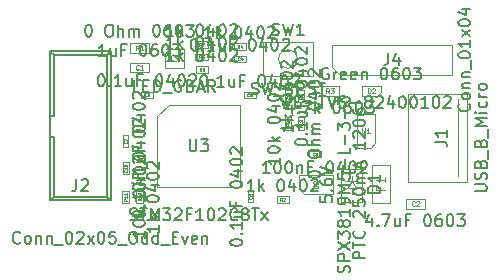
<source format=gbr>
%TF.GenerationSoftware,KiCad,Pcbnew,(6.0.5)*%
%TF.CreationDate,2022-05-16T17:27:05-05:00*%
%TF.ProjectId,dap42,64617034-322e-46b6-9963-61645f706362,rev?*%
%TF.SameCoordinates,Original*%
%TF.FileFunction,AssemblyDrawing,Top*%
%FSLAX46Y46*%
G04 Gerber Fmt 4.6, Leading zero omitted, Abs format (unit mm)*
G04 Created by KiCad (PCBNEW (6.0.5)) date 2022-05-16 17:27:05*
%MOMM*%
%LPD*%
G01*
G04 APERTURE LIST*
%ADD10C,0.150000*%
%ADD11C,0.060000*%
%ADD12C,0.040000*%
%ADD13C,0.125000*%
%ADD14C,0.120000*%
%ADD15C,0.100000*%
G04 APERTURE END LIST*
D10*
%TO.C,J1*%
X186402380Y-100543809D02*
X187211904Y-100543809D01*
X187307142Y-100496190D01*
X187354761Y-100448571D01*
X187402380Y-100353333D01*
X187402380Y-100162857D01*
X187354761Y-100067619D01*
X187307142Y-100020000D01*
X187211904Y-99972380D01*
X186402380Y-99972380D01*
X187354761Y-99543809D02*
X187402380Y-99400952D01*
X187402380Y-99162857D01*
X187354761Y-99067619D01*
X187307142Y-99020000D01*
X187211904Y-98972380D01*
X187116666Y-98972380D01*
X187021428Y-99020000D01*
X186973809Y-99067619D01*
X186926190Y-99162857D01*
X186878571Y-99353333D01*
X186830952Y-99448571D01*
X186783333Y-99496190D01*
X186688095Y-99543809D01*
X186592857Y-99543809D01*
X186497619Y-99496190D01*
X186450000Y-99448571D01*
X186402380Y-99353333D01*
X186402380Y-99115238D01*
X186450000Y-98972380D01*
X186878571Y-98210476D02*
X186926190Y-98067619D01*
X186973809Y-98020000D01*
X187069047Y-97972380D01*
X187211904Y-97972380D01*
X187307142Y-98020000D01*
X187354761Y-98067619D01*
X187402380Y-98162857D01*
X187402380Y-98543809D01*
X186402380Y-98543809D01*
X186402380Y-98210476D01*
X186450000Y-98115238D01*
X186497619Y-98067619D01*
X186592857Y-98020000D01*
X186688095Y-98020000D01*
X186783333Y-98067619D01*
X186830952Y-98115238D01*
X186878571Y-98210476D01*
X186878571Y-98543809D01*
X187497619Y-97781904D02*
X187497619Y-97020000D01*
X186878571Y-96448571D02*
X186926190Y-96305714D01*
X186973809Y-96258095D01*
X187069047Y-96210476D01*
X187211904Y-96210476D01*
X187307142Y-96258095D01*
X187354761Y-96305714D01*
X187402380Y-96400952D01*
X187402380Y-96781904D01*
X186402380Y-96781904D01*
X186402380Y-96448571D01*
X186450000Y-96353333D01*
X186497619Y-96305714D01*
X186592857Y-96258095D01*
X186688095Y-96258095D01*
X186783333Y-96305714D01*
X186830952Y-96353333D01*
X186878571Y-96448571D01*
X186878571Y-96781904D01*
X187497619Y-96020000D02*
X187497619Y-95258095D01*
X187402380Y-95020000D02*
X186402380Y-95020000D01*
X187116666Y-94686666D01*
X186402380Y-94353333D01*
X187402380Y-94353333D01*
X187402380Y-93877142D02*
X186735714Y-93877142D01*
X186402380Y-93877142D02*
X186450000Y-93924761D01*
X186497619Y-93877142D01*
X186450000Y-93829523D01*
X186402380Y-93877142D01*
X186497619Y-93877142D01*
X187354761Y-92972380D02*
X187402380Y-93067619D01*
X187402380Y-93258095D01*
X187354761Y-93353333D01*
X187307142Y-93400952D01*
X187211904Y-93448571D01*
X186926190Y-93448571D01*
X186830952Y-93400952D01*
X186783333Y-93353333D01*
X186735714Y-93258095D01*
X186735714Y-93067619D01*
X186783333Y-92972380D01*
X187402380Y-92543809D02*
X186735714Y-92543809D01*
X186926190Y-92543809D02*
X186830952Y-92496190D01*
X186783333Y-92448571D01*
X186735714Y-92353333D01*
X186735714Y-92258095D01*
X187402380Y-91781904D02*
X187354761Y-91877142D01*
X187307142Y-91924761D01*
X187211904Y-91972380D01*
X186926190Y-91972380D01*
X186830952Y-91924761D01*
X186783333Y-91877142D01*
X186735714Y-91781904D01*
X186735714Y-91639047D01*
X186783333Y-91543809D01*
X186830952Y-91496190D01*
X186926190Y-91448571D01*
X187211904Y-91448571D01*
X187307142Y-91496190D01*
X187354761Y-91543809D01*
X187402380Y-91639047D01*
X187402380Y-91781904D01*
X183002380Y-96353333D02*
X183716666Y-96353333D01*
X183859523Y-96400952D01*
X183954761Y-96496190D01*
X184002380Y-96639047D01*
X184002380Y-96734285D01*
X184002380Y-95353333D02*
X184002380Y-95924761D01*
X184002380Y-95639047D02*
X183002380Y-95639047D01*
X183145238Y-95734285D01*
X183240476Y-95829523D01*
X183288095Y-95924761D01*
%TO.C,C2*%
X177669523Y-102825714D02*
X177669523Y-103492380D01*
X177431428Y-102444761D02*
X177193333Y-103159047D01*
X177812380Y-103159047D01*
X178193333Y-103397142D02*
X178240952Y-103444761D01*
X178193333Y-103492380D01*
X178145714Y-103444761D01*
X178193333Y-103397142D01*
X178193333Y-103492380D01*
X178574285Y-102492380D02*
X179240952Y-102492380D01*
X178812380Y-103492380D01*
X180050476Y-102825714D02*
X180050476Y-103492380D01*
X179621904Y-102825714D02*
X179621904Y-103349523D01*
X179669523Y-103444761D01*
X179764761Y-103492380D01*
X179907619Y-103492380D01*
X180002857Y-103444761D01*
X180050476Y-103397142D01*
X180860000Y-102968571D02*
X180526666Y-102968571D01*
X180526666Y-103492380D02*
X180526666Y-102492380D01*
X181002857Y-102492380D01*
X182336190Y-102492380D02*
X182431428Y-102492380D01*
X182526666Y-102540000D01*
X182574285Y-102587619D01*
X182621904Y-102682857D01*
X182669523Y-102873333D01*
X182669523Y-103111428D01*
X182621904Y-103301904D01*
X182574285Y-103397142D01*
X182526666Y-103444761D01*
X182431428Y-103492380D01*
X182336190Y-103492380D01*
X182240952Y-103444761D01*
X182193333Y-103397142D01*
X182145714Y-103301904D01*
X182098095Y-103111428D01*
X182098095Y-102873333D01*
X182145714Y-102682857D01*
X182193333Y-102587619D01*
X182240952Y-102540000D01*
X182336190Y-102492380D01*
X183526666Y-102492380D02*
X183336190Y-102492380D01*
X183240952Y-102540000D01*
X183193333Y-102587619D01*
X183098095Y-102730476D01*
X183050476Y-102920952D01*
X183050476Y-103301904D01*
X183098095Y-103397142D01*
X183145714Y-103444761D01*
X183240952Y-103492380D01*
X183431428Y-103492380D01*
X183526666Y-103444761D01*
X183574285Y-103397142D01*
X183621904Y-103301904D01*
X183621904Y-103063809D01*
X183574285Y-102968571D01*
X183526666Y-102920952D01*
X183431428Y-102873333D01*
X183240952Y-102873333D01*
X183145714Y-102920952D01*
X183098095Y-102968571D01*
X183050476Y-103063809D01*
X184240952Y-102492380D02*
X184336190Y-102492380D01*
X184431428Y-102540000D01*
X184479047Y-102587619D01*
X184526666Y-102682857D01*
X184574285Y-102873333D01*
X184574285Y-103111428D01*
X184526666Y-103301904D01*
X184479047Y-103397142D01*
X184431428Y-103444761D01*
X184336190Y-103492380D01*
X184240952Y-103492380D01*
X184145714Y-103444761D01*
X184098095Y-103397142D01*
X184050476Y-103301904D01*
X184002857Y-103111428D01*
X184002857Y-102873333D01*
X184050476Y-102682857D01*
X184098095Y-102587619D01*
X184145714Y-102540000D01*
X184240952Y-102492380D01*
X184907619Y-102492380D02*
X185526666Y-102492380D01*
X185193333Y-102873333D01*
X185336190Y-102873333D01*
X185431428Y-102920952D01*
X185479047Y-102968571D01*
X185526666Y-103063809D01*
X185526666Y-103301904D01*
X185479047Y-103397142D01*
X185431428Y-103444761D01*
X185336190Y-103492380D01*
X185050476Y-103492380D01*
X184955238Y-103444761D01*
X184907619Y-103397142D01*
D11*
X181293333Y-101752857D02*
X181274285Y-101771904D01*
X181217142Y-101790952D01*
X181179047Y-101790952D01*
X181121904Y-101771904D01*
X181083809Y-101733809D01*
X181064761Y-101695714D01*
X181045714Y-101619523D01*
X181045714Y-101562380D01*
X181064761Y-101486190D01*
X181083809Y-101448095D01*
X181121904Y-101410000D01*
X181179047Y-101390952D01*
X181217142Y-101390952D01*
X181274285Y-101410000D01*
X181293333Y-101429047D01*
X181445714Y-101429047D02*
X181464761Y-101410000D01*
X181502857Y-101390952D01*
X181598095Y-101390952D01*
X181636190Y-101410000D01*
X181655238Y-101429047D01*
X181674285Y-101467142D01*
X181674285Y-101505238D01*
X181655238Y-101562380D01*
X181426666Y-101790952D01*
X181674285Y-101790952D01*
D10*
%TO.C,U1*%
X169965714Y-92482380D02*
X170203809Y-93482380D01*
X170394285Y-92768095D01*
X170584761Y-93482380D01*
X170822857Y-92482380D01*
X171203809Y-92958571D02*
X171537142Y-92958571D01*
X171680000Y-93482380D02*
X171203809Y-93482380D01*
X171203809Y-92482380D01*
X171680000Y-92482380D01*
X172108571Y-93101428D02*
X172870476Y-93101428D01*
X173203809Y-92482380D02*
X173775238Y-92482380D01*
X173489523Y-93482380D02*
X173489523Y-92482380D01*
X173965714Y-92482380D02*
X174299047Y-93482380D01*
X174632380Y-92482380D01*
X174918095Y-93434761D02*
X175060952Y-93482380D01*
X175299047Y-93482380D01*
X175394285Y-93434761D01*
X175441904Y-93387142D01*
X175489523Y-93291904D01*
X175489523Y-93196666D01*
X175441904Y-93101428D01*
X175394285Y-93053809D01*
X175299047Y-93006190D01*
X175108571Y-92958571D01*
X175013333Y-92910952D01*
X174965714Y-92863333D01*
X174918095Y-92768095D01*
X174918095Y-92672857D01*
X174965714Y-92577619D01*
X175013333Y-92530000D01*
X175108571Y-92482380D01*
X175346666Y-92482380D01*
X175489523Y-92530000D01*
X175918095Y-93101428D02*
X176680000Y-93101428D01*
X177299047Y-92910952D02*
X177203809Y-92863333D01*
X177156190Y-92815714D01*
X177108571Y-92720476D01*
X177108571Y-92672857D01*
X177156190Y-92577619D01*
X177203809Y-92530000D01*
X177299047Y-92482380D01*
X177489523Y-92482380D01*
X177584761Y-92530000D01*
X177632380Y-92577619D01*
X177680000Y-92672857D01*
X177680000Y-92720476D01*
X177632380Y-92815714D01*
X177584761Y-92863333D01*
X177489523Y-92910952D01*
X177299047Y-92910952D01*
X177203809Y-92958571D01*
X177156190Y-93006190D01*
X177108571Y-93101428D01*
X177108571Y-93291904D01*
X177156190Y-93387142D01*
X177203809Y-93434761D01*
X177299047Y-93482380D01*
X177489523Y-93482380D01*
X177584761Y-93434761D01*
X177632380Y-93387142D01*
X177680000Y-93291904D01*
X177680000Y-93101428D01*
X177632380Y-93006190D01*
X177584761Y-92958571D01*
X177489523Y-92910952D01*
X178060952Y-92577619D02*
X178108571Y-92530000D01*
X178203809Y-92482380D01*
X178441904Y-92482380D01*
X178537142Y-92530000D01*
X178584761Y-92577619D01*
X178632380Y-92672857D01*
X178632380Y-92768095D01*
X178584761Y-92910952D01*
X178013333Y-93482380D01*
X178632380Y-93482380D01*
X179489523Y-92815714D02*
X179489523Y-93482380D01*
X179251428Y-92434761D02*
X179013333Y-93149047D01*
X179632380Y-93149047D01*
X180203809Y-92482380D02*
X180299047Y-92482380D01*
X180394285Y-92530000D01*
X180441904Y-92577619D01*
X180489523Y-92672857D01*
X180537142Y-92863333D01*
X180537142Y-93101428D01*
X180489523Y-93291904D01*
X180441904Y-93387142D01*
X180394285Y-93434761D01*
X180299047Y-93482380D01*
X180203809Y-93482380D01*
X180108571Y-93434761D01*
X180060952Y-93387142D01*
X180013333Y-93291904D01*
X179965714Y-93101428D01*
X179965714Y-92863333D01*
X180013333Y-92672857D01*
X180060952Y-92577619D01*
X180108571Y-92530000D01*
X180203809Y-92482380D01*
X181156190Y-92482380D02*
X181251428Y-92482380D01*
X181346666Y-92530000D01*
X181394285Y-92577619D01*
X181441904Y-92672857D01*
X181489523Y-92863333D01*
X181489523Y-93101428D01*
X181441904Y-93291904D01*
X181394285Y-93387142D01*
X181346666Y-93434761D01*
X181251428Y-93482380D01*
X181156190Y-93482380D01*
X181060952Y-93434761D01*
X181013333Y-93387142D01*
X180965714Y-93291904D01*
X180918095Y-93101428D01*
X180918095Y-92863333D01*
X180965714Y-92672857D01*
X181013333Y-92577619D01*
X181060952Y-92530000D01*
X181156190Y-92482380D01*
X182441904Y-93482380D02*
X181870476Y-93482380D01*
X182156190Y-93482380D02*
X182156190Y-92482380D01*
X182060952Y-92625238D01*
X181965714Y-92720476D01*
X181870476Y-92768095D01*
X183060952Y-92482380D02*
X183156190Y-92482380D01*
X183251428Y-92530000D01*
X183299047Y-92577619D01*
X183346666Y-92672857D01*
X183394285Y-92863333D01*
X183394285Y-93101428D01*
X183346666Y-93291904D01*
X183299047Y-93387142D01*
X183251428Y-93434761D01*
X183156190Y-93482380D01*
X183060952Y-93482380D01*
X182965714Y-93434761D01*
X182918095Y-93387142D01*
X182870476Y-93291904D01*
X182822857Y-93101428D01*
X182822857Y-92863333D01*
X182870476Y-92672857D01*
X182918095Y-92577619D01*
X182965714Y-92530000D01*
X183060952Y-92482380D01*
X183775238Y-92577619D02*
X183822857Y-92530000D01*
X183918095Y-92482380D01*
X184156190Y-92482380D01*
X184251428Y-92530000D01*
X184299047Y-92577619D01*
X184346666Y-92672857D01*
X184346666Y-92768095D01*
X184299047Y-92910952D01*
X183727619Y-93482380D01*
X184346666Y-93482380D01*
D11*
X176875238Y-95210952D02*
X176875238Y-95534761D01*
X176894285Y-95572857D01*
X176913333Y-95591904D01*
X176951428Y-95610952D01*
X177027619Y-95610952D01*
X177065714Y-95591904D01*
X177084761Y-95572857D01*
X177103809Y-95534761D01*
X177103809Y-95210952D01*
X177503809Y-95610952D02*
X177275238Y-95610952D01*
X177389523Y-95610952D02*
X177389523Y-95210952D01*
X177351428Y-95268095D01*
X177313333Y-95306190D01*
X177275238Y-95325238D01*
D10*
%TO.C,R2*%
X167725238Y-100532380D02*
X167153809Y-100532380D01*
X167439523Y-100532380D02*
X167439523Y-99532380D01*
X167344285Y-99675238D01*
X167249047Y-99770476D01*
X167153809Y-99818095D01*
X168153809Y-100532380D02*
X168153809Y-99532380D01*
X168249047Y-100151428D02*
X168534761Y-100532380D01*
X168534761Y-99865714D02*
X168153809Y-100246666D01*
X169915714Y-99532380D02*
X170010952Y-99532380D01*
X170106190Y-99580000D01*
X170153809Y-99627619D01*
X170201428Y-99722857D01*
X170249047Y-99913333D01*
X170249047Y-100151428D01*
X170201428Y-100341904D01*
X170153809Y-100437142D01*
X170106190Y-100484761D01*
X170010952Y-100532380D01*
X169915714Y-100532380D01*
X169820476Y-100484761D01*
X169772857Y-100437142D01*
X169725238Y-100341904D01*
X169677619Y-100151428D01*
X169677619Y-99913333D01*
X169725238Y-99722857D01*
X169772857Y-99627619D01*
X169820476Y-99580000D01*
X169915714Y-99532380D01*
X171106190Y-99865714D02*
X171106190Y-100532380D01*
X170868095Y-99484761D02*
X170630000Y-100199047D01*
X171249047Y-100199047D01*
X171820476Y-99532380D02*
X171915714Y-99532380D01*
X172010952Y-99580000D01*
X172058571Y-99627619D01*
X172106190Y-99722857D01*
X172153809Y-99913333D01*
X172153809Y-100151428D01*
X172106190Y-100341904D01*
X172058571Y-100437142D01*
X172010952Y-100484761D01*
X171915714Y-100532380D01*
X171820476Y-100532380D01*
X171725238Y-100484761D01*
X171677619Y-100437142D01*
X171630000Y-100341904D01*
X171582380Y-100151428D01*
X171582380Y-99913333D01*
X171630000Y-99722857D01*
X171677619Y-99627619D01*
X171725238Y-99580000D01*
X171820476Y-99532380D01*
X172534761Y-99627619D02*
X172582380Y-99580000D01*
X172677619Y-99532380D01*
X172915714Y-99532380D01*
X173010952Y-99580000D01*
X173058571Y-99627619D01*
X173106190Y-99722857D01*
X173106190Y-99818095D01*
X173058571Y-99960952D01*
X172487142Y-100532380D01*
X173106190Y-100532380D01*
D12*
X170086666Y-101367619D02*
X170000000Y-101243809D01*
X169938095Y-101367619D02*
X169938095Y-101107619D01*
X170037142Y-101107619D01*
X170061904Y-101120000D01*
X170074285Y-101132380D01*
X170086666Y-101157142D01*
X170086666Y-101194285D01*
X170074285Y-101219047D01*
X170061904Y-101231428D01*
X170037142Y-101243809D01*
X169938095Y-101243809D01*
X170185714Y-101132380D02*
X170198095Y-101120000D01*
X170222857Y-101107619D01*
X170284761Y-101107619D01*
X170309523Y-101120000D01*
X170321904Y-101132380D01*
X170334285Y-101157142D01*
X170334285Y-101181904D01*
X170321904Y-101219047D01*
X170173333Y-101367619D01*
X170334285Y-101367619D01*
D10*
%TO.C,R11*%
X158452380Y-103910952D02*
X158452380Y-104482380D01*
X158452380Y-104196666D02*
X157452380Y-104196666D01*
X157595238Y-104291904D01*
X157690476Y-104387142D01*
X157738095Y-104482380D01*
X157452380Y-103291904D02*
X157452380Y-103196666D01*
X157500000Y-103101428D01*
X157547619Y-103053809D01*
X157642857Y-103006190D01*
X157833333Y-102958571D01*
X158071428Y-102958571D01*
X158261904Y-103006190D01*
X158357142Y-103053809D01*
X158404761Y-103101428D01*
X158452380Y-103196666D01*
X158452380Y-103291904D01*
X158404761Y-103387142D01*
X158357142Y-103434761D01*
X158261904Y-103482380D01*
X158071428Y-103530000D01*
X157833333Y-103530000D01*
X157642857Y-103482380D01*
X157547619Y-103434761D01*
X157500000Y-103387142D01*
X157452380Y-103291904D01*
X158452380Y-102530000D02*
X157452380Y-102530000D01*
X158071428Y-102434761D02*
X158452380Y-102149047D01*
X157785714Y-102149047D02*
X158166666Y-102530000D01*
X157452380Y-100768095D02*
X157452380Y-100672857D01*
X157500000Y-100577619D01*
X157547619Y-100530000D01*
X157642857Y-100482380D01*
X157833333Y-100434761D01*
X158071428Y-100434761D01*
X158261904Y-100482380D01*
X158357142Y-100530000D01*
X158404761Y-100577619D01*
X158452380Y-100672857D01*
X158452380Y-100768095D01*
X158404761Y-100863333D01*
X158357142Y-100910952D01*
X158261904Y-100958571D01*
X158071428Y-101006190D01*
X157833333Y-101006190D01*
X157642857Y-100958571D01*
X157547619Y-100910952D01*
X157500000Y-100863333D01*
X157452380Y-100768095D01*
X157785714Y-99577619D02*
X158452380Y-99577619D01*
X157404761Y-99815714D02*
X158119047Y-100053809D01*
X158119047Y-99434761D01*
X157452380Y-98863333D02*
X157452380Y-98768095D01*
X157500000Y-98672857D01*
X157547619Y-98625238D01*
X157642857Y-98577619D01*
X157833333Y-98530000D01*
X158071428Y-98530000D01*
X158261904Y-98577619D01*
X158357142Y-98625238D01*
X158404761Y-98672857D01*
X158452380Y-98768095D01*
X158452380Y-98863333D01*
X158404761Y-98958571D01*
X158357142Y-99006190D01*
X158261904Y-99053809D01*
X158071428Y-99101428D01*
X157833333Y-99101428D01*
X157642857Y-99053809D01*
X157547619Y-99006190D01*
X157500000Y-98958571D01*
X157452380Y-98863333D01*
X157547619Y-98149047D02*
X157500000Y-98101428D01*
X157452380Y-98006190D01*
X157452380Y-97768095D01*
X157500000Y-97672857D01*
X157547619Y-97625238D01*
X157642857Y-97577619D01*
X157738095Y-97577619D01*
X157880952Y-97625238D01*
X158452380Y-98196666D01*
X158452380Y-97577619D01*
D12*
X156947619Y-101197142D02*
X156823809Y-101283809D01*
X156947619Y-101345714D02*
X156687619Y-101345714D01*
X156687619Y-101246666D01*
X156700000Y-101221904D01*
X156712380Y-101209523D01*
X156737142Y-101197142D01*
X156774285Y-101197142D01*
X156799047Y-101209523D01*
X156811428Y-101221904D01*
X156823809Y-101246666D01*
X156823809Y-101345714D01*
X156947619Y-100949523D02*
X156947619Y-101098095D01*
X156947619Y-101023809D02*
X156687619Y-101023809D01*
X156724761Y-101048571D01*
X156749523Y-101073333D01*
X156761904Y-101098095D01*
X156947619Y-100701904D02*
X156947619Y-100850476D01*
X156947619Y-100776190D02*
X156687619Y-100776190D01*
X156724761Y-100800952D01*
X156749523Y-100825714D01*
X156761904Y-100850476D01*
D10*
%TO.C,R1*%
X153642857Y-86452380D02*
X153738095Y-86452380D01*
X153833333Y-86500000D01*
X153880952Y-86547619D01*
X153928571Y-86642857D01*
X153976190Y-86833333D01*
X153976190Y-87071428D01*
X153928571Y-87261904D01*
X153880952Y-87357142D01*
X153833333Y-87404761D01*
X153738095Y-87452380D01*
X153642857Y-87452380D01*
X153547619Y-87404761D01*
X153500000Y-87357142D01*
X153452380Y-87261904D01*
X153404761Y-87071428D01*
X153404761Y-86833333D01*
X153452380Y-86642857D01*
X153500000Y-86547619D01*
X153547619Y-86500000D01*
X153642857Y-86452380D01*
X155357142Y-86452380D02*
X155547619Y-86452380D01*
X155642857Y-86500000D01*
X155738095Y-86595238D01*
X155785714Y-86785714D01*
X155785714Y-87119047D01*
X155738095Y-87309523D01*
X155642857Y-87404761D01*
X155547619Y-87452380D01*
X155357142Y-87452380D01*
X155261904Y-87404761D01*
X155166666Y-87309523D01*
X155119047Y-87119047D01*
X155119047Y-86785714D01*
X155166666Y-86595238D01*
X155261904Y-86500000D01*
X155357142Y-86452380D01*
X156214285Y-87452380D02*
X156214285Y-86452380D01*
X156642857Y-87452380D02*
X156642857Y-86928571D01*
X156595238Y-86833333D01*
X156500000Y-86785714D01*
X156357142Y-86785714D01*
X156261904Y-86833333D01*
X156214285Y-86880952D01*
X157119047Y-87452380D02*
X157119047Y-86785714D01*
X157119047Y-86880952D02*
X157166666Y-86833333D01*
X157261904Y-86785714D01*
X157404761Y-86785714D01*
X157500000Y-86833333D01*
X157547619Y-86928571D01*
X157547619Y-87452380D01*
X157547619Y-86928571D02*
X157595238Y-86833333D01*
X157690476Y-86785714D01*
X157833333Y-86785714D01*
X157928571Y-86833333D01*
X157976190Y-86928571D01*
X157976190Y-87452380D01*
X159404761Y-86452380D02*
X159500000Y-86452380D01*
X159595238Y-86500000D01*
X159642857Y-86547619D01*
X159690476Y-86642857D01*
X159738095Y-86833333D01*
X159738095Y-87071428D01*
X159690476Y-87261904D01*
X159642857Y-87357142D01*
X159595238Y-87404761D01*
X159500000Y-87452380D01*
X159404761Y-87452380D01*
X159309523Y-87404761D01*
X159261904Y-87357142D01*
X159214285Y-87261904D01*
X159166666Y-87071428D01*
X159166666Y-86833333D01*
X159214285Y-86642857D01*
X159261904Y-86547619D01*
X159309523Y-86500000D01*
X159404761Y-86452380D01*
X160595238Y-86452380D02*
X160404761Y-86452380D01*
X160309523Y-86500000D01*
X160261904Y-86547619D01*
X160166666Y-86690476D01*
X160119047Y-86880952D01*
X160119047Y-87261904D01*
X160166666Y-87357142D01*
X160214285Y-87404761D01*
X160309523Y-87452380D01*
X160500000Y-87452380D01*
X160595238Y-87404761D01*
X160642857Y-87357142D01*
X160690476Y-87261904D01*
X160690476Y-87023809D01*
X160642857Y-86928571D01*
X160595238Y-86880952D01*
X160500000Y-86833333D01*
X160309523Y-86833333D01*
X160214285Y-86880952D01*
X160166666Y-86928571D01*
X160119047Y-87023809D01*
X161309523Y-86452380D02*
X161404761Y-86452380D01*
X161500000Y-86500000D01*
X161547619Y-86547619D01*
X161595238Y-86642857D01*
X161642857Y-86833333D01*
X161642857Y-87071428D01*
X161595238Y-87261904D01*
X161547619Y-87357142D01*
X161500000Y-87404761D01*
X161404761Y-87452380D01*
X161309523Y-87452380D01*
X161214285Y-87404761D01*
X161166666Y-87357142D01*
X161119047Y-87261904D01*
X161071428Y-87071428D01*
X161071428Y-86833333D01*
X161119047Y-86642857D01*
X161166666Y-86547619D01*
X161214285Y-86500000D01*
X161309523Y-86452380D01*
X161976190Y-86452380D02*
X162595238Y-86452380D01*
X162261904Y-86833333D01*
X162404761Y-86833333D01*
X162500000Y-86880952D01*
X162547619Y-86928571D01*
X162595238Y-87023809D01*
X162595238Y-87261904D01*
X162547619Y-87357142D01*
X162500000Y-87404761D01*
X162404761Y-87452380D01*
X162119047Y-87452380D01*
X162023809Y-87404761D01*
X161976190Y-87357142D01*
D11*
X157933333Y-88610952D02*
X157800000Y-88420476D01*
X157704761Y-88610952D02*
X157704761Y-88210952D01*
X157857142Y-88210952D01*
X157895238Y-88230000D01*
X157914285Y-88249047D01*
X157933333Y-88287142D01*
X157933333Y-88344285D01*
X157914285Y-88382380D01*
X157895238Y-88401428D01*
X157857142Y-88420476D01*
X157704761Y-88420476D01*
X158314285Y-88610952D02*
X158085714Y-88610952D01*
X158200000Y-88610952D02*
X158200000Y-88210952D01*
X158161904Y-88268095D01*
X158123809Y-88306190D01*
X158085714Y-88325238D01*
D10*
%TO.C,C9*%
X154711428Y-90652380D02*
X154806666Y-90652380D01*
X154901904Y-90700000D01*
X154949523Y-90747619D01*
X154997142Y-90842857D01*
X155044761Y-91033333D01*
X155044761Y-91271428D01*
X154997142Y-91461904D01*
X154949523Y-91557142D01*
X154901904Y-91604761D01*
X154806666Y-91652380D01*
X154711428Y-91652380D01*
X154616190Y-91604761D01*
X154568571Y-91557142D01*
X154520952Y-91461904D01*
X154473333Y-91271428D01*
X154473333Y-91033333D01*
X154520952Y-90842857D01*
X154568571Y-90747619D01*
X154616190Y-90700000D01*
X154711428Y-90652380D01*
X155473333Y-91557142D02*
X155520952Y-91604761D01*
X155473333Y-91652380D01*
X155425714Y-91604761D01*
X155473333Y-91557142D01*
X155473333Y-91652380D01*
X156473333Y-91652380D02*
X155901904Y-91652380D01*
X156187619Y-91652380D02*
X156187619Y-90652380D01*
X156092380Y-90795238D01*
X155997142Y-90890476D01*
X155901904Y-90938095D01*
X157330476Y-90985714D02*
X157330476Y-91652380D01*
X156901904Y-90985714D02*
X156901904Y-91509523D01*
X156949523Y-91604761D01*
X157044761Y-91652380D01*
X157187619Y-91652380D01*
X157282857Y-91604761D01*
X157330476Y-91557142D01*
X158140000Y-91128571D02*
X157806666Y-91128571D01*
X157806666Y-91652380D02*
X157806666Y-90652380D01*
X158282857Y-90652380D01*
X159616190Y-90652380D02*
X159711428Y-90652380D01*
X159806666Y-90700000D01*
X159854285Y-90747619D01*
X159901904Y-90842857D01*
X159949523Y-91033333D01*
X159949523Y-91271428D01*
X159901904Y-91461904D01*
X159854285Y-91557142D01*
X159806666Y-91604761D01*
X159711428Y-91652380D01*
X159616190Y-91652380D01*
X159520952Y-91604761D01*
X159473333Y-91557142D01*
X159425714Y-91461904D01*
X159378095Y-91271428D01*
X159378095Y-91033333D01*
X159425714Y-90842857D01*
X159473333Y-90747619D01*
X159520952Y-90700000D01*
X159616190Y-90652380D01*
X160806666Y-90985714D02*
X160806666Y-91652380D01*
X160568571Y-90604761D02*
X160330476Y-91319047D01*
X160949523Y-91319047D01*
X161520952Y-90652380D02*
X161616190Y-90652380D01*
X161711428Y-90700000D01*
X161759047Y-90747619D01*
X161806666Y-90842857D01*
X161854285Y-91033333D01*
X161854285Y-91271428D01*
X161806666Y-91461904D01*
X161759047Y-91557142D01*
X161711428Y-91604761D01*
X161616190Y-91652380D01*
X161520952Y-91652380D01*
X161425714Y-91604761D01*
X161378095Y-91557142D01*
X161330476Y-91461904D01*
X161282857Y-91271428D01*
X161282857Y-91033333D01*
X161330476Y-90842857D01*
X161378095Y-90747619D01*
X161425714Y-90700000D01*
X161520952Y-90652380D01*
X162235238Y-90747619D02*
X162282857Y-90700000D01*
X162378095Y-90652380D01*
X162616190Y-90652380D01*
X162711428Y-90700000D01*
X162759047Y-90747619D01*
X162806666Y-90842857D01*
X162806666Y-90938095D01*
X162759047Y-91080952D01*
X162187619Y-91652380D01*
X162806666Y-91652380D01*
D12*
X158598333Y-92449285D02*
X158586428Y-92461190D01*
X158550714Y-92473095D01*
X158526904Y-92473095D01*
X158491190Y-92461190D01*
X158467380Y-92437380D01*
X158455476Y-92413571D01*
X158443571Y-92365952D01*
X158443571Y-92330238D01*
X158455476Y-92282619D01*
X158467380Y-92258809D01*
X158491190Y-92235000D01*
X158526904Y-92223095D01*
X158550714Y-92223095D01*
X158586428Y-92235000D01*
X158598333Y-92246904D01*
X158717380Y-92473095D02*
X158765000Y-92473095D01*
X158788809Y-92461190D01*
X158800714Y-92449285D01*
X158824523Y-92413571D01*
X158836428Y-92365952D01*
X158836428Y-92270714D01*
X158824523Y-92246904D01*
X158812619Y-92235000D01*
X158788809Y-92223095D01*
X158741190Y-92223095D01*
X158717380Y-92235000D01*
X158705476Y-92246904D01*
X158693571Y-92270714D01*
X158693571Y-92330238D01*
X158705476Y-92354047D01*
X158717380Y-92365952D01*
X158741190Y-92377857D01*
X158788809Y-92377857D01*
X158812619Y-92365952D01*
X158824523Y-92354047D01*
X158836428Y-92330238D01*
D10*
%TO.C,C6*%
X165692380Y-104918571D02*
X165692380Y-104823333D01*
X165740000Y-104728095D01*
X165787619Y-104680476D01*
X165882857Y-104632857D01*
X166073333Y-104585238D01*
X166311428Y-104585238D01*
X166501904Y-104632857D01*
X166597142Y-104680476D01*
X166644761Y-104728095D01*
X166692380Y-104823333D01*
X166692380Y-104918571D01*
X166644761Y-105013809D01*
X166597142Y-105061428D01*
X166501904Y-105109047D01*
X166311428Y-105156666D01*
X166073333Y-105156666D01*
X165882857Y-105109047D01*
X165787619Y-105061428D01*
X165740000Y-105013809D01*
X165692380Y-104918571D01*
X166597142Y-104156666D02*
X166644761Y-104109047D01*
X166692380Y-104156666D01*
X166644761Y-104204285D01*
X166597142Y-104156666D01*
X166692380Y-104156666D01*
X166692380Y-103156666D02*
X166692380Y-103728095D01*
X166692380Y-103442380D02*
X165692380Y-103442380D01*
X165835238Y-103537619D01*
X165930476Y-103632857D01*
X165978095Y-103728095D01*
X166025714Y-102299523D02*
X166692380Y-102299523D01*
X166025714Y-102728095D02*
X166549523Y-102728095D01*
X166644761Y-102680476D01*
X166692380Y-102585238D01*
X166692380Y-102442380D01*
X166644761Y-102347142D01*
X166597142Y-102299523D01*
X166168571Y-101490000D02*
X166168571Y-101823333D01*
X166692380Y-101823333D02*
X165692380Y-101823333D01*
X165692380Y-101347142D01*
X165692380Y-100013809D02*
X165692380Y-99918571D01*
X165740000Y-99823333D01*
X165787619Y-99775714D01*
X165882857Y-99728095D01*
X166073333Y-99680476D01*
X166311428Y-99680476D01*
X166501904Y-99728095D01*
X166597142Y-99775714D01*
X166644761Y-99823333D01*
X166692380Y-99918571D01*
X166692380Y-100013809D01*
X166644761Y-100109047D01*
X166597142Y-100156666D01*
X166501904Y-100204285D01*
X166311428Y-100251904D01*
X166073333Y-100251904D01*
X165882857Y-100204285D01*
X165787619Y-100156666D01*
X165740000Y-100109047D01*
X165692380Y-100013809D01*
X166025714Y-98823333D02*
X166692380Y-98823333D01*
X165644761Y-99061428D02*
X166359047Y-99299523D01*
X166359047Y-98680476D01*
X165692380Y-98109047D02*
X165692380Y-98013809D01*
X165740000Y-97918571D01*
X165787619Y-97870952D01*
X165882857Y-97823333D01*
X166073333Y-97775714D01*
X166311428Y-97775714D01*
X166501904Y-97823333D01*
X166597142Y-97870952D01*
X166644761Y-97918571D01*
X166692380Y-98013809D01*
X166692380Y-98109047D01*
X166644761Y-98204285D01*
X166597142Y-98251904D01*
X166501904Y-98299523D01*
X166311428Y-98347142D01*
X166073333Y-98347142D01*
X165882857Y-98299523D01*
X165787619Y-98251904D01*
X165740000Y-98204285D01*
X165692380Y-98109047D01*
X165787619Y-97394761D02*
X165740000Y-97347142D01*
X165692380Y-97251904D01*
X165692380Y-97013809D01*
X165740000Y-96918571D01*
X165787619Y-96870952D01*
X165882857Y-96823333D01*
X165978095Y-96823333D01*
X166120952Y-96870952D01*
X166692380Y-97442380D01*
X166692380Y-96823333D01*
D12*
X167489285Y-101031666D02*
X167501190Y-101043571D01*
X167513095Y-101079285D01*
X167513095Y-101103095D01*
X167501190Y-101138809D01*
X167477380Y-101162619D01*
X167453571Y-101174523D01*
X167405952Y-101186428D01*
X167370238Y-101186428D01*
X167322619Y-101174523D01*
X167298809Y-101162619D01*
X167275000Y-101138809D01*
X167263095Y-101103095D01*
X167263095Y-101079285D01*
X167275000Y-101043571D01*
X167286904Y-101031666D01*
X167263095Y-100817380D02*
X167263095Y-100865000D01*
X167275000Y-100888809D01*
X167286904Y-100900714D01*
X167322619Y-100924523D01*
X167370238Y-100936428D01*
X167465476Y-100936428D01*
X167489285Y-100924523D01*
X167501190Y-100912619D01*
X167513095Y-100888809D01*
X167513095Y-100841190D01*
X167501190Y-100817380D01*
X167489285Y-100805476D01*
X167465476Y-100793571D01*
X167405952Y-100793571D01*
X167382142Y-100805476D01*
X167370238Y-100817380D01*
X167358333Y-100841190D01*
X167358333Y-100888809D01*
X167370238Y-100912619D01*
X167382142Y-100924523D01*
X167405952Y-100936428D01*
D10*
%TO.C,SW1*%
X167508571Y-92304761D02*
X167651428Y-92352380D01*
X167889523Y-92352380D01*
X167984761Y-92304761D01*
X168032380Y-92257142D01*
X168080000Y-92161904D01*
X168080000Y-92066666D01*
X168032380Y-91971428D01*
X167984761Y-91923809D01*
X167889523Y-91876190D01*
X167699047Y-91828571D01*
X167603809Y-91780952D01*
X167556190Y-91733333D01*
X167508571Y-91638095D01*
X167508571Y-91542857D01*
X167556190Y-91447619D01*
X167603809Y-91400000D01*
X167699047Y-91352380D01*
X167937142Y-91352380D01*
X168080000Y-91400000D01*
X168413333Y-91352380D02*
X168651428Y-92352380D01*
X168841904Y-91638095D01*
X169032380Y-92352380D01*
X169270476Y-91352380D01*
X169413333Y-92447619D02*
X170175238Y-92447619D01*
X170365714Y-92304761D02*
X170508571Y-92352380D01*
X170746666Y-92352380D01*
X170841904Y-92304761D01*
X170889523Y-92257142D01*
X170937142Y-92161904D01*
X170937142Y-92066666D01*
X170889523Y-91971428D01*
X170841904Y-91923809D01*
X170746666Y-91876190D01*
X170556190Y-91828571D01*
X170460952Y-91780952D01*
X170413333Y-91733333D01*
X170365714Y-91638095D01*
X170365714Y-91542857D01*
X170413333Y-91447619D01*
X170460952Y-91400000D01*
X170556190Y-91352380D01*
X170794285Y-91352380D01*
X170937142Y-91400000D01*
X171365714Y-92352380D02*
X171365714Y-91352380D01*
X171746666Y-91352380D01*
X171841904Y-91400000D01*
X171889523Y-91447619D01*
X171937142Y-91542857D01*
X171937142Y-91685714D01*
X171889523Y-91780952D01*
X171841904Y-91828571D01*
X171746666Y-91876190D01*
X171365714Y-91876190D01*
X172318095Y-92304761D02*
X172460952Y-92352380D01*
X172699047Y-92352380D01*
X172794285Y-92304761D01*
X172841904Y-92257142D01*
X172889523Y-92161904D01*
X172889523Y-92066666D01*
X172841904Y-91971428D01*
X172794285Y-91923809D01*
X172699047Y-91876190D01*
X172508571Y-91828571D01*
X172413333Y-91780952D01*
X172365714Y-91733333D01*
X172318095Y-91638095D01*
X172318095Y-91542857D01*
X172365714Y-91447619D01*
X172413333Y-91400000D01*
X172508571Y-91352380D01*
X172746666Y-91352380D01*
X172889523Y-91400000D01*
X173175238Y-91352380D02*
X173746666Y-91352380D01*
X173460952Y-92352380D02*
X173460952Y-91352380D01*
X169246666Y-87304761D02*
X169389523Y-87352380D01*
X169627619Y-87352380D01*
X169722857Y-87304761D01*
X169770476Y-87257142D01*
X169818095Y-87161904D01*
X169818095Y-87066666D01*
X169770476Y-86971428D01*
X169722857Y-86923809D01*
X169627619Y-86876190D01*
X169437142Y-86828571D01*
X169341904Y-86780952D01*
X169294285Y-86733333D01*
X169246666Y-86638095D01*
X169246666Y-86542857D01*
X169294285Y-86447619D01*
X169341904Y-86400000D01*
X169437142Y-86352380D01*
X169675238Y-86352380D01*
X169818095Y-86400000D01*
X170151428Y-86352380D02*
X170389523Y-87352380D01*
X170580000Y-86638095D01*
X170770476Y-87352380D01*
X171008571Y-86352380D01*
X171913333Y-87352380D02*
X171341904Y-87352380D01*
X171627619Y-87352380D02*
X171627619Y-86352380D01*
X171532380Y-86495238D01*
X171437142Y-86590476D01*
X171341904Y-86638095D01*
%TO.C,R10*%
X159632380Y-103414761D02*
X159632380Y-103986190D01*
X159632380Y-103700476D02*
X158632380Y-103700476D01*
X158775238Y-103795714D01*
X158870476Y-103890952D01*
X158918095Y-103986190D01*
X159632380Y-102986190D02*
X158632380Y-102986190D01*
X159251428Y-102890952D02*
X159632380Y-102605238D01*
X158965714Y-102605238D02*
X159346666Y-102986190D01*
X158632380Y-101224285D02*
X158632380Y-101129047D01*
X158680000Y-101033809D01*
X158727619Y-100986190D01*
X158822857Y-100938571D01*
X159013333Y-100890952D01*
X159251428Y-100890952D01*
X159441904Y-100938571D01*
X159537142Y-100986190D01*
X159584761Y-101033809D01*
X159632380Y-101129047D01*
X159632380Y-101224285D01*
X159584761Y-101319523D01*
X159537142Y-101367142D01*
X159441904Y-101414761D01*
X159251428Y-101462380D01*
X159013333Y-101462380D01*
X158822857Y-101414761D01*
X158727619Y-101367142D01*
X158680000Y-101319523D01*
X158632380Y-101224285D01*
X158965714Y-100033809D02*
X159632380Y-100033809D01*
X158584761Y-100271904D02*
X159299047Y-100510000D01*
X159299047Y-99890952D01*
X158632380Y-99319523D02*
X158632380Y-99224285D01*
X158680000Y-99129047D01*
X158727619Y-99081428D01*
X158822857Y-99033809D01*
X159013333Y-98986190D01*
X159251428Y-98986190D01*
X159441904Y-99033809D01*
X159537142Y-99081428D01*
X159584761Y-99129047D01*
X159632380Y-99224285D01*
X159632380Y-99319523D01*
X159584761Y-99414761D01*
X159537142Y-99462380D01*
X159441904Y-99510000D01*
X159251428Y-99557619D01*
X159013333Y-99557619D01*
X158822857Y-99510000D01*
X158727619Y-99462380D01*
X158680000Y-99414761D01*
X158632380Y-99319523D01*
X158727619Y-98605238D02*
X158680000Y-98557619D01*
X158632380Y-98462380D01*
X158632380Y-98224285D01*
X158680000Y-98129047D01*
X158727619Y-98081428D01*
X158822857Y-98033809D01*
X158918095Y-98033809D01*
X159060952Y-98081428D01*
X159632380Y-98652857D01*
X159632380Y-98033809D01*
D12*
X158127619Y-101177142D02*
X158003809Y-101263809D01*
X158127619Y-101325714D02*
X157867619Y-101325714D01*
X157867619Y-101226666D01*
X157880000Y-101201904D01*
X157892380Y-101189523D01*
X157917142Y-101177142D01*
X157954285Y-101177142D01*
X157979047Y-101189523D01*
X157991428Y-101201904D01*
X158003809Y-101226666D01*
X158003809Y-101325714D01*
X158127619Y-100929523D02*
X158127619Y-101078095D01*
X158127619Y-101003809D02*
X157867619Y-101003809D01*
X157904761Y-101028571D01*
X157929523Y-101053333D01*
X157941904Y-101078095D01*
X157867619Y-100768571D02*
X157867619Y-100743809D01*
X157880000Y-100719047D01*
X157892380Y-100706666D01*
X157917142Y-100694285D01*
X157966666Y-100681904D01*
X158028571Y-100681904D01*
X158078095Y-100694285D01*
X158102857Y-100706666D01*
X158115238Y-100719047D01*
X158127619Y-100743809D01*
X158127619Y-100768571D01*
X158115238Y-100793333D01*
X158102857Y-100805714D01*
X158078095Y-100818095D01*
X158028571Y-100830476D01*
X157966666Y-100830476D01*
X157917142Y-100818095D01*
X157892380Y-100805714D01*
X157880000Y-100793333D01*
X157867619Y-100768571D01*
D10*
%TO.C,R12*%
X172292380Y-99177142D02*
X172292380Y-99081904D01*
X172340000Y-98986666D01*
X172387619Y-98939047D01*
X172482857Y-98891428D01*
X172673333Y-98843809D01*
X172911428Y-98843809D01*
X173101904Y-98891428D01*
X173197142Y-98939047D01*
X173244761Y-98986666D01*
X173292380Y-99081904D01*
X173292380Y-99177142D01*
X173244761Y-99272380D01*
X173197142Y-99320000D01*
X173101904Y-99367619D01*
X172911428Y-99415238D01*
X172673333Y-99415238D01*
X172482857Y-99367619D01*
X172387619Y-99320000D01*
X172340000Y-99272380D01*
X172292380Y-99177142D01*
X172292380Y-97462857D02*
X172292380Y-97272380D01*
X172340000Y-97177142D01*
X172435238Y-97081904D01*
X172625714Y-97034285D01*
X172959047Y-97034285D01*
X173149523Y-97081904D01*
X173244761Y-97177142D01*
X173292380Y-97272380D01*
X173292380Y-97462857D01*
X173244761Y-97558095D01*
X173149523Y-97653333D01*
X172959047Y-97700952D01*
X172625714Y-97700952D01*
X172435238Y-97653333D01*
X172340000Y-97558095D01*
X172292380Y-97462857D01*
X173292380Y-96605714D02*
X172292380Y-96605714D01*
X173292380Y-96177142D02*
X172768571Y-96177142D01*
X172673333Y-96224761D01*
X172625714Y-96320000D01*
X172625714Y-96462857D01*
X172673333Y-96558095D01*
X172720952Y-96605714D01*
X173292380Y-95700952D02*
X172625714Y-95700952D01*
X172720952Y-95700952D02*
X172673333Y-95653333D01*
X172625714Y-95558095D01*
X172625714Y-95415238D01*
X172673333Y-95320000D01*
X172768571Y-95272380D01*
X173292380Y-95272380D01*
X172768571Y-95272380D02*
X172673333Y-95224761D01*
X172625714Y-95129523D01*
X172625714Y-94986666D01*
X172673333Y-94891428D01*
X172768571Y-94843809D01*
X173292380Y-94843809D01*
X172292380Y-93415238D02*
X172292380Y-93320000D01*
X172340000Y-93224761D01*
X172387619Y-93177142D01*
X172482857Y-93129523D01*
X172673333Y-93081904D01*
X172911428Y-93081904D01*
X173101904Y-93129523D01*
X173197142Y-93177142D01*
X173244761Y-93224761D01*
X173292380Y-93320000D01*
X173292380Y-93415238D01*
X173244761Y-93510476D01*
X173197142Y-93558095D01*
X173101904Y-93605714D01*
X172911428Y-93653333D01*
X172673333Y-93653333D01*
X172482857Y-93605714D01*
X172387619Y-93558095D01*
X172340000Y-93510476D01*
X172292380Y-93415238D01*
X172625714Y-92224761D02*
X173292380Y-92224761D01*
X172244761Y-92462857D02*
X172959047Y-92700952D01*
X172959047Y-92081904D01*
X172292380Y-91510476D02*
X172292380Y-91415238D01*
X172340000Y-91320000D01*
X172387619Y-91272380D01*
X172482857Y-91224761D01*
X172673333Y-91177142D01*
X172911428Y-91177142D01*
X173101904Y-91224761D01*
X173197142Y-91272380D01*
X173244761Y-91320000D01*
X173292380Y-91415238D01*
X173292380Y-91510476D01*
X173244761Y-91605714D01*
X173197142Y-91653333D01*
X173101904Y-91700952D01*
X172911428Y-91748571D01*
X172673333Y-91748571D01*
X172482857Y-91700952D01*
X172387619Y-91653333D01*
X172340000Y-91605714D01*
X172292380Y-91510476D01*
X172387619Y-90796190D02*
X172340000Y-90748571D01*
X172292380Y-90653333D01*
X172292380Y-90415238D01*
X172340000Y-90320000D01*
X172387619Y-90272380D01*
X172482857Y-90224761D01*
X172578095Y-90224761D01*
X172720952Y-90272380D01*
X173292380Y-90843809D01*
X173292380Y-90224761D01*
D12*
X171787619Y-94987142D02*
X171663809Y-95073809D01*
X171787619Y-95135714D02*
X171527619Y-95135714D01*
X171527619Y-95036666D01*
X171540000Y-95011904D01*
X171552380Y-94999523D01*
X171577142Y-94987142D01*
X171614285Y-94987142D01*
X171639047Y-94999523D01*
X171651428Y-95011904D01*
X171663809Y-95036666D01*
X171663809Y-95135714D01*
X171787619Y-94739523D02*
X171787619Y-94888095D01*
X171787619Y-94813809D02*
X171527619Y-94813809D01*
X171564761Y-94838571D01*
X171589523Y-94863333D01*
X171601904Y-94888095D01*
X171552380Y-94640476D02*
X171540000Y-94628095D01*
X171527619Y-94603333D01*
X171527619Y-94541428D01*
X171540000Y-94516666D01*
X171552380Y-94504285D01*
X171577142Y-94491904D01*
X171601904Y-94491904D01*
X171639047Y-94504285D01*
X171787619Y-94652857D01*
X171787619Y-94491904D01*
D10*
%TO.C,D2*%
X173997142Y-90120000D02*
X173901904Y-90072380D01*
X173759047Y-90072380D01*
X173616190Y-90120000D01*
X173520952Y-90215238D01*
X173473333Y-90310476D01*
X173425714Y-90500952D01*
X173425714Y-90643809D01*
X173473333Y-90834285D01*
X173520952Y-90929523D01*
X173616190Y-91024761D01*
X173759047Y-91072380D01*
X173854285Y-91072380D01*
X173997142Y-91024761D01*
X174044761Y-90977142D01*
X174044761Y-90643809D01*
X173854285Y-90643809D01*
X174473333Y-91072380D02*
X174473333Y-90405714D01*
X174473333Y-90596190D02*
X174520952Y-90500952D01*
X174568571Y-90453333D01*
X174663809Y-90405714D01*
X174759047Y-90405714D01*
X175473333Y-91024761D02*
X175378095Y-91072380D01*
X175187619Y-91072380D01*
X175092380Y-91024761D01*
X175044761Y-90929523D01*
X175044761Y-90548571D01*
X175092380Y-90453333D01*
X175187619Y-90405714D01*
X175378095Y-90405714D01*
X175473333Y-90453333D01*
X175520952Y-90548571D01*
X175520952Y-90643809D01*
X175044761Y-90739047D01*
X176330476Y-91024761D02*
X176235238Y-91072380D01*
X176044761Y-91072380D01*
X175949523Y-91024761D01*
X175901904Y-90929523D01*
X175901904Y-90548571D01*
X175949523Y-90453333D01*
X176044761Y-90405714D01*
X176235238Y-90405714D01*
X176330476Y-90453333D01*
X176378095Y-90548571D01*
X176378095Y-90643809D01*
X175901904Y-90739047D01*
X176806666Y-90405714D02*
X176806666Y-91072380D01*
X176806666Y-90500952D02*
X176854285Y-90453333D01*
X176949523Y-90405714D01*
X177092380Y-90405714D01*
X177187619Y-90453333D01*
X177235238Y-90548571D01*
X177235238Y-91072380D01*
X178663809Y-90072380D02*
X178759047Y-90072380D01*
X178854285Y-90120000D01*
X178901904Y-90167619D01*
X178949523Y-90262857D01*
X178997142Y-90453333D01*
X178997142Y-90691428D01*
X178949523Y-90881904D01*
X178901904Y-90977142D01*
X178854285Y-91024761D01*
X178759047Y-91072380D01*
X178663809Y-91072380D01*
X178568571Y-91024761D01*
X178520952Y-90977142D01*
X178473333Y-90881904D01*
X178425714Y-90691428D01*
X178425714Y-90453333D01*
X178473333Y-90262857D01*
X178520952Y-90167619D01*
X178568571Y-90120000D01*
X178663809Y-90072380D01*
X179854285Y-90072380D02*
X179663809Y-90072380D01*
X179568571Y-90120000D01*
X179520952Y-90167619D01*
X179425714Y-90310476D01*
X179378095Y-90500952D01*
X179378095Y-90881904D01*
X179425714Y-90977142D01*
X179473333Y-91024761D01*
X179568571Y-91072380D01*
X179759047Y-91072380D01*
X179854285Y-91024761D01*
X179901904Y-90977142D01*
X179949523Y-90881904D01*
X179949523Y-90643809D01*
X179901904Y-90548571D01*
X179854285Y-90500952D01*
X179759047Y-90453333D01*
X179568571Y-90453333D01*
X179473333Y-90500952D01*
X179425714Y-90548571D01*
X179378095Y-90643809D01*
X180568571Y-90072380D02*
X180663809Y-90072380D01*
X180759047Y-90120000D01*
X180806666Y-90167619D01*
X180854285Y-90262857D01*
X180901904Y-90453333D01*
X180901904Y-90691428D01*
X180854285Y-90881904D01*
X180806666Y-90977142D01*
X180759047Y-91024761D01*
X180663809Y-91072380D01*
X180568571Y-91072380D01*
X180473333Y-91024761D01*
X180425714Y-90977142D01*
X180378095Y-90881904D01*
X180330476Y-90691428D01*
X180330476Y-90453333D01*
X180378095Y-90262857D01*
X180425714Y-90167619D01*
X180473333Y-90120000D01*
X180568571Y-90072380D01*
X181235238Y-90072380D02*
X181854285Y-90072380D01*
X181520952Y-90453333D01*
X181663809Y-90453333D01*
X181759047Y-90500952D01*
X181806666Y-90548571D01*
X181854285Y-90643809D01*
X181854285Y-90881904D01*
X181806666Y-90977142D01*
X181759047Y-91024761D01*
X181663809Y-91072380D01*
X181378095Y-91072380D01*
X181282857Y-91024761D01*
X181235238Y-90977142D01*
D11*
X177344761Y-92230952D02*
X177344761Y-91830952D01*
X177440000Y-91830952D01*
X177497142Y-91850000D01*
X177535238Y-91888095D01*
X177554285Y-91926190D01*
X177573333Y-92002380D01*
X177573333Y-92059523D01*
X177554285Y-92135714D01*
X177535238Y-92173809D01*
X177497142Y-92211904D01*
X177440000Y-92230952D01*
X177344761Y-92230952D01*
X177725714Y-91869047D02*
X177744761Y-91850000D01*
X177782857Y-91830952D01*
X177878095Y-91830952D01*
X177916190Y-91850000D01*
X177935238Y-91869047D01*
X177954285Y-91907142D01*
X177954285Y-91945238D01*
X177935238Y-92002380D01*
X177706666Y-92230952D01*
X177954285Y-92230952D01*
D10*
%TO.C,U2*%
X175754761Y-107418571D02*
X175802380Y-107275714D01*
X175802380Y-107037619D01*
X175754761Y-106942380D01*
X175707142Y-106894761D01*
X175611904Y-106847142D01*
X175516666Y-106847142D01*
X175421428Y-106894761D01*
X175373809Y-106942380D01*
X175326190Y-107037619D01*
X175278571Y-107228095D01*
X175230952Y-107323333D01*
X175183333Y-107370952D01*
X175088095Y-107418571D01*
X174992857Y-107418571D01*
X174897619Y-107370952D01*
X174850000Y-107323333D01*
X174802380Y-107228095D01*
X174802380Y-106990000D01*
X174850000Y-106847142D01*
X175802380Y-106418571D02*
X174802380Y-106418571D01*
X174802380Y-106037619D01*
X174850000Y-105942380D01*
X174897619Y-105894761D01*
X174992857Y-105847142D01*
X175135714Y-105847142D01*
X175230952Y-105894761D01*
X175278571Y-105942380D01*
X175326190Y-106037619D01*
X175326190Y-106418571D01*
X174802380Y-105513809D02*
X175802380Y-104847142D01*
X174802380Y-104847142D02*
X175802380Y-105513809D01*
X174802380Y-104561428D02*
X174802380Y-103942380D01*
X175183333Y-104275714D01*
X175183333Y-104132857D01*
X175230952Y-104037619D01*
X175278571Y-103990000D01*
X175373809Y-103942380D01*
X175611904Y-103942380D01*
X175707142Y-103990000D01*
X175754761Y-104037619D01*
X175802380Y-104132857D01*
X175802380Y-104418571D01*
X175754761Y-104513809D01*
X175707142Y-104561428D01*
X175230952Y-103370952D02*
X175183333Y-103466190D01*
X175135714Y-103513809D01*
X175040476Y-103561428D01*
X174992857Y-103561428D01*
X174897619Y-103513809D01*
X174850000Y-103466190D01*
X174802380Y-103370952D01*
X174802380Y-103180476D01*
X174850000Y-103085238D01*
X174897619Y-103037619D01*
X174992857Y-102990000D01*
X175040476Y-102990000D01*
X175135714Y-103037619D01*
X175183333Y-103085238D01*
X175230952Y-103180476D01*
X175230952Y-103370952D01*
X175278571Y-103466190D01*
X175326190Y-103513809D01*
X175421428Y-103561428D01*
X175611904Y-103561428D01*
X175707142Y-103513809D01*
X175754761Y-103466190D01*
X175802380Y-103370952D01*
X175802380Y-103180476D01*
X175754761Y-103085238D01*
X175707142Y-103037619D01*
X175611904Y-102990000D01*
X175421428Y-102990000D01*
X175326190Y-103037619D01*
X175278571Y-103085238D01*
X175230952Y-103180476D01*
X175802380Y-102037619D02*
X175802380Y-102609047D01*
X175802380Y-102323333D02*
X174802380Y-102323333D01*
X174945238Y-102418571D01*
X175040476Y-102513809D01*
X175088095Y-102609047D01*
X175802380Y-101561428D02*
X175802380Y-101370952D01*
X175754761Y-101275714D01*
X175707142Y-101228095D01*
X175564285Y-101132857D01*
X175373809Y-101085238D01*
X174992857Y-101085238D01*
X174897619Y-101132857D01*
X174850000Y-101180476D01*
X174802380Y-101275714D01*
X174802380Y-101466190D01*
X174850000Y-101561428D01*
X174897619Y-101609047D01*
X174992857Y-101656666D01*
X175230952Y-101656666D01*
X175326190Y-101609047D01*
X175373809Y-101561428D01*
X175421428Y-101466190D01*
X175421428Y-101275714D01*
X175373809Y-101180476D01*
X175326190Y-101132857D01*
X175230952Y-101085238D01*
X175802380Y-100656666D02*
X174802380Y-100656666D01*
X175516666Y-100323333D01*
X174802380Y-99990000D01*
X175802380Y-99990000D01*
X174802380Y-99037619D02*
X174802380Y-99513809D01*
X175278571Y-99561428D01*
X175230952Y-99513809D01*
X175183333Y-99418571D01*
X175183333Y-99180476D01*
X175230952Y-99085238D01*
X175278571Y-99037619D01*
X175373809Y-98990000D01*
X175611904Y-98990000D01*
X175707142Y-99037619D01*
X175754761Y-99085238D01*
X175802380Y-99180476D01*
X175802380Y-99418571D01*
X175754761Y-99513809D01*
X175707142Y-99561428D01*
X175421428Y-98561428D02*
X175421428Y-97799523D01*
X175802380Y-96847142D02*
X175802380Y-97323333D01*
X174802380Y-97323333D01*
X175421428Y-96513809D02*
X175421428Y-95751904D01*
X174802380Y-95370952D02*
X174802380Y-94751904D01*
X175183333Y-95085238D01*
X175183333Y-94942380D01*
X175230952Y-94847142D01*
X175278571Y-94799523D01*
X175373809Y-94751904D01*
X175611904Y-94751904D01*
X175707142Y-94799523D01*
X175754761Y-94847142D01*
X175802380Y-94942380D01*
X175802380Y-95228095D01*
X175754761Y-95323333D01*
X175707142Y-95370952D01*
X175421428Y-94323333D02*
X175421428Y-93561428D01*
X174802380Y-93180476D02*
X174802380Y-92561428D01*
X175183333Y-92894761D01*
X175183333Y-92751904D01*
X175230952Y-92656666D01*
X175278571Y-92609047D01*
X175373809Y-92561428D01*
X175611904Y-92561428D01*
X175707142Y-92609047D01*
X175754761Y-92656666D01*
X175802380Y-92751904D01*
X175802380Y-93037619D01*
X175754761Y-93132857D01*
X175707142Y-93180476D01*
D11*
X172730952Y-100294761D02*
X173054761Y-100294761D01*
X173092857Y-100275714D01*
X173111904Y-100256666D01*
X173130952Y-100218571D01*
X173130952Y-100142380D01*
X173111904Y-100104285D01*
X173092857Y-100085238D01*
X173054761Y-100066190D01*
X172730952Y-100066190D01*
X172769047Y-99894761D02*
X172750000Y-99875714D01*
X172730952Y-99837619D01*
X172730952Y-99742380D01*
X172750000Y-99704285D01*
X172769047Y-99685238D01*
X172807142Y-99666190D01*
X172845238Y-99666190D01*
X172902380Y-99685238D01*
X173130952Y-99913809D01*
X173130952Y-99666190D01*
D10*
%TO.C,R4*%
X164095238Y-87582380D02*
X163523809Y-87582380D01*
X163809523Y-87582380D02*
X163809523Y-86582380D01*
X163714285Y-86725238D01*
X163619047Y-86820476D01*
X163523809Y-86868095D01*
X164523809Y-87582380D02*
X164523809Y-86582380D01*
X164619047Y-87201428D02*
X164904761Y-87582380D01*
X164904761Y-86915714D02*
X164523809Y-87296666D01*
X166285714Y-86582380D02*
X166380952Y-86582380D01*
X166476190Y-86630000D01*
X166523809Y-86677619D01*
X166571428Y-86772857D01*
X166619047Y-86963333D01*
X166619047Y-87201428D01*
X166571428Y-87391904D01*
X166523809Y-87487142D01*
X166476190Y-87534761D01*
X166380952Y-87582380D01*
X166285714Y-87582380D01*
X166190476Y-87534761D01*
X166142857Y-87487142D01*
X166095238Y-87391904D01*
X166047619Y-87201428D01*
X166047619Y-86963333D01*
X166095238Y-86772857D01*
X166142857Y-86677619D01*
X166190476Y-86630000D01*
X166285714Y-86582380D01*
X167476190Y-86915714D02*
X167476190Y-87582380D01*
X167238095Y-86534761D02*
X167000000Y-87249047D01*
X167619047Y-87249047D01*
X168190476Y-86582380D02*
X168285714Y-86582380D01*
X168380952Y-86630000D01*
X168428571Y-86677619D01*
X168476190Y-86772857D01*
X168523809Y-86963333D01*
X168523809Y-87201428D01*
X168476190Y-87391904D01*
X168428571Y-87487142D01*
X168380952Y-87534761D01*
X168285714Y-87582380D01*
X168190476Y-87582380D01*
X168095238Y-87534761D01*
X168047619Y-87487142D01*
X168000000Y-87391904D01*
X167952380Y-87201428D01*
X167952380Y-86963333D01*
X168000000Y-86772857D01*
X168047619Y-86677619D01*
X168095238Y-86630000D01*
X168190476Y-86582380D01*
X168904761Y-86677619D02*
X168952380Y-86630000D01*
X169047619Y-86582380D01*
X169285714Y-86582380D01*
X169380952Y-86630000D01*
X169428571Y-86677619D01*
X169476190Y-86772857D01*
X169476190Y-86868095D01*
X169428571Y-87010952D01*
X168857142Y-87582380D01*
X169476190Y-87582380D01*
D12*
X166456666Y-88417619D02*
X166370000Y-88293809D01*
X166308095Y-88417619D02*
X166308095Y-88157619D01*
X166407142Y-88157619D01*
X166431904Y-88170000D01*
X166444285Y-88182380D01*
X166456666Y-88207142D01*
X166456666Y-88244285D01*
X166444285Y-88269047D01*
X166431904Y-88281428D01*
X166407142Y-88293809D01*
X166308095Y-88293809D01*
X166679523Y-88244285D02*
X166679523Y-88417619D01*
X166617619Y-88145238D02*
X166555714Y-88330952D01*
X166716666Y-88330952D01*
D10*
%TO.C,C1*%
X155119047Y-89092380D02*
X154547619Y-89092380D01*
X154833333Y-89092380D02*
X154833333Y-88092380D01*
X154738095Y-88235238D01*
X154642857Y-88330476D01*
X154547619Y-88378095D01*
X155976190Y-88425714D02*
X155976190Y-89092380D01*
X155547619Y-88425714D02*
X155547619Y-88949523D01*
X155595238Y-89044761D01*
X155690476Y-89092380D01*
X155833333Y-89092380D01*
X155928571Y-89044761D01*
X155976190Y-88997142D01*
X156785714Y-88568571D02*
X156452380Y-88568571D01*
X156452380Y-89092380D02*
X156452380Y-88092380D01*
X156928571Y-88092380D01*
X158261904Y-88092380D02*
X158357142Y-88092380D01*
X158452380Y-88140000D01*
X158500000Y-88187619D01*
X158547619Y-88282857D01*
X158595238Y-88473333D01*
X158595238Y-88711428D01*
X158547619Y-88901904D01*
X158500000Y-88997142D01*
X158452380Y-89044761D01*
X158357142Y-89092380D01*
X158261904Y-89092380D01*
X158166666Y-89044761D01*
X158119047Y-88997142D01*
X158071428Y-88901904D01*
X158023809Y-88711428D01*
X158023809Y-88473333D01*
X158071428Y-88282857D01*
X158119047Y-88187619D01*
X158166666Y-88140000D01*
X158261904Y-88092380D01*
X159452380Y-88092380D02*
X159261904Y-88092380D01*
X159166666Y-88140000D01*
X159119047Y-88187619D01*
X159023809Y-88330476D01*
X158976190Y-88520952D01*
X158976190Y-88901904D01*
X159023809Y-88997142D01*
X159071428Y-89044761D01*
X159166666Y-89092380D01*
X159357142Y-89092380D01*
X159452380Y-89044761D01*
X159500000Y-88997142D01*
X159547619Y-88901904D01*
X159547619Y-88663809D01*
X159500000Y-88568571D01*
X159452380Y-88520952D01*
X159357142Y-88473333D01*
X159166666Y-88473333D01*
X159071428Y-88520952D01*
X159023809Y-88568571D01*
X158976190Y-88663809D01*
X160166666Y-88092380D02*
X160261904Y-88092380D01*
X160357142Y-88140000D01*
X160404761Y-88187619D01*
X160452380Y-88282857D01*
X160500000Y-88473333D01*
X160500000Y-88711428D01*
X160452380Y-88901904D01*
X160404761Y-88997142D01*
X160357142Y-89044761D01*
X160261904Y-89092380D01*
X160166666Y-89092380D01*
X160071428Y-89044761D01*
X160023809Y-88997142D01*
X159976190Y-88901904D01*
X159928571Y-88711428D01*
X159928571Y-88473333D01*
X159976190Y-88282857D01*
X160023809Y-88187619D01*
X160071428Y-88140000D01*
X160166666Y-88092380D01*
X160833333Y-88092380D02*
X161452380Y-88092380D01*
X161119047Y-88473333D01*
X161261904Y-88473333D01*
X161357142Y-88520952D01*
X161404761Y-88568571D01*
X161452380Y-88663809D01*
X161452380Y-88901904D01*
X161404761Y-88997142D01*
X161357142Y-89044761D01*
X161261904Y-89092380D01*
X160976190Y-89092380D01*
X160880952Y-89044761D01*
X160833333Y-88997142D01*
D11*
X157933333Y-90212857D02*
X157914285Y-90231904D01*
X157857142Y-90250952D01*
X157819047Y-90250952D01*
X157761904Y-90231904D01*
X157723809Y-90193809D01*
X157704761Y-90155714D01*
X157685714Y-90079523D01*
X157685714Y-90022380D01*
X157704761Y-89946190D01*
X157723809Y-89908095D01*
X157761904Y-89870000D01*
X157819047Y-89850952D01*
X157857142Y-89850952D01*
X157914285Y-89870000D01*
X157933333Y-89889047D01*
X158314285Y-90250952D02*
X158085714Y-90250952D01*
X158200000Y-90250952D02*
X158200000Y-89850952D01*
X158161904Y-89908095D01*
X158123809Y-89946190D01*
X158085714Y-89965238D01*
D10*
%TO.C,J4*%
X185897142Y-93138095D02*
X185944761Y-93185714D01*
X185992380Y-93328571D01*
X185992380Y-93423809D01*
X185944761Y-93566666D01*
X185849523Y-93661904D01*
X185754285Y-93709523D01*
X185563809Y-93757142D01*
X185420952Y-93757142D01*
X185230476Y-93709523D01*
X185135238Y-93661904D01*
X185040000Y-93566666D01*
X184992380Y-93423809D01*
X184992380Y-93328571D01*
X185040000Y-93185714D01*
X185087619Y-93138095D01*
X185992380Y-92566666D02*
X185944761Y-92661904D01*
X185897142Y-92709523D01*
X185801904Y-92757142D01*
X185516190Y-92757142D01*
X185420952Y-92709523D01*
X185373333Y-92661904D01*
X185325714Y-92566666D01*
X185325714Y-92423809D01*
X185373333Y-92328571D01*
X185420952Y-92280952D01*
X185516190Y-92233333D01*
X185801904Y-92233333D01*
X185897142Y-92280952D01*
X185944761Y-92328571D01*
X185992380Y-92423809D01*
X185992380Y-92566666D01*
X185325714Y-91804761D02*
X185992380Y-91804761D01*
X185420952Y-91804761D02*
X185373333Y-91757142D01*
X185325714Y-91661904D01*
X185325714Y-91519047D01*
X185373333Y-91423809D01*
X185468571Y-91376190D01*
X185992380Y-91376190D01*
X185325714Y-90900000D02*
X185992380Y-90900000D01*
X185420952Y-90900000D02*
X185373333Y-90852380D01*
X185325714Y-90757142D01*
X185325714Y-90614285D01*
X185373333Y-90519047D01*
X185468571Y-90471428D01*
X185992380Y-90471428D01*
X186087619Y-90233333D02*
X186087619Y-89471428D01*
X184992380Y-89042857D02*
X184992380Y-88947619D01*
X185040000Y-88852380D01*
X185087619Y-88804761D01*
X185182857Y-88757142D01*
X185373333Y-88709523D01*
X185611428Y-88709523D01*
X185801904Y-88757142D01*
X185897142Y-88804761D01*
X185944761Y-88852380D01*
X185992380Y-88947619D01*
X185992380Y-89042857D01*
X185944761Y-89138095D01*
X185897142Y-89185714D01*
X185801904Y-89233333D01*
X185611428Y-89280952D01*
X185373333Y-89280952D01*
X185182857Y-89233333D01*
X185087619Y-89185714D01*
X185040000Y-89138095D01*
X184992380Y-89042857D01*
X185992380Y-87757142D02*
X185992380Y-88328571D01*
X185992380Y-88042857D02*
X184992380Y-88042857D01*
X185135238Y-88138095D01*
X185230476Y-88233333D01*
X185278095Y-88328571D01*
X185992380Y-87423809D02*
X185325714Y-86900000D01*
X185325714Y-87423809D02*
X185992380Y-86900000D01*
X184992380Y-86328571D02*
X184992380Y-86233333D01*
X185040000Y-86138095D01*
X185087619Y-86090476D01*
X185182857Y-86042857D01*
X185373333Y-85995238D01*
X185611428Y-85995238D01*
X185801904Y-86042857D01*
X185897142Y-86090476D01*
X185944761Y-86138095D01*
X185992380Y-86233333D01*
X185992380Y-86328571D01*
X185944761Y-86423809D01*
X185897142Y-86471428D01*
X185801904Y-86519047D01*
X185611428Y-86566666D01*
X185373333Y-86566666D01*
X185182857Y-86519047D01*
X185087619Y-86471428D01*
X185040000Y-86423809D01*
X184992380Y-86328571D01*
X185325714Y-85138095D02*
X185992380Y-85138095D01*
X184944761Y-85376190D02*
X185659047Y-85614285D01*
X185659047Y-84995238D01*
X179066666Y-88852380D02*
X179066666Y-89566666D01*
X179019047Y-89709523D01*
X178923809Y-89804761D01*
X178780952Y-89852380D01*
X178685714Y-89852380D01*
X179971428Y-89185714D02*
X179971428Y-89852380D01*
X179733333Y-88804761D02*
X179495238Y-89519047D01*
X180114285Y-89519047D01*
%TO.C,D1*%
X173322380Y-100944761D02*
X173322380Y-101420952D01*
X173798571Y-101468571D01*
X173750952Y-101420952D01*
X173703333Y-101325714D01*
X173703333Y-101087619D01*
X173750952Y-100992380D01*
X173798571Y-100944761D01*
X173893809Y-100897142D01*
X174131904Y-100897142D01*
X174227142Y-100944761D01*
X174274761Y-100992380D01*
X174322380Y-101087619D01*
X174322380Y-101325714D01*
X174274761Y-101420952D01*
X174227142Y-101468571D01*
X174227142Y-100468571D02*
X174274761Y-100420952D01*
X174322380Y-100468571D01*
X174274761Y-100516190D01*
X174227142Y-100468571D01*
X174322380Y-100468571D01*
X173322380Y-99563809D02*
X173322380Y-99754285D01*
X173370000Y-99849523D01*
X173417619Y-99897142D01*
X173560476Y-99992380D01*
X173750952Y-100040000D01*
X174131904Y-100040000D01*
X174227142Y-99992380D01*
X174274761Y-99944761D01*
X174322380Y-99849523D01*
X174322380Y-99659047D01*
X174274761Y-99563809D01*
X174227142Y-99516190D01*
X174131904Y-99468571D01*
X173893809Y-99468571D01*
X173798571Y-99516190D01*
X173750952Y-99563809D01*
X173703333Y-99659047D01*
X173703333Y-99849523D01*
X173750952Y-99944761D01*
X173798571Y-99992380D01*
X173893809Y-100040000D01*
X173322380Y-99182857D02*
X174322380Y-98849523D01*
X173322380Y-98516190D01*
X178327380Y-100651095D02*
X177327380Y-100651095D01*
X177327380Y-100413000D01*
X177375000Y-100270142D01*
X177470238Y-100174904D01*
X177565476Y-100127285D01*
X177755952Y-100079666D01*
X177898809Y-100079666D01*
X178089285Y-100127285D01*
X178184523Y-100174904D01*
X178279761Y-100270142D01*
X178327380Y-100413000D01*
X178327380Y-100651095D01*
X178327380Y-99127285D02*
X178327380Y-99698714D01*
X178327380Y-99413000D02*
X177327380Y-99413000D01*
X177470238Y-99508238D01*
X177565476Y-99603476D01*
X177613095Y-99698714D01*
%TO.C,C4*%
X162591428Y-87632380D02*
X162686666Y-87632380D01*
X162781904Y-87680000D01*
X162829523Y-87727619D01*
X162877142Y-87822857D01*
X162924761Y-88013333D01*
X162924761Y-88251428D01*
X162877142Y-88441904D01*
X162829523Y-88537142D01*
X162781904Y-88584761D01*
X162686666Y-88632380D01*
X162591428Y-88632380D01*
X162496190Y-88584761D01*
X162448571Y-88537142D01*
X162400952Y-88441904D01*
X162353333Y-88251428D01*
X162353333Y-88013333D01*
X162400952Y-87822857D01*
X162448571Y-87727619D01*
X162496190Y-87680000D01*
X162591428Y-87632380D01*
X163353333Y-88537142D02*
X163400952Y-88584761D01*
X163353333Y-88632380D01*
X163305714Y-88584761D01*
X163353333Y-88537142D01*
X163353333Y-88632380D01*
X164353333Y-88632380D02*
X163781904Y-88632380D01*
X164067619Y-88632380D02*
X164067619Y-87632380D01*
X163972380Y-87775238D01*
X163877142Y-87870476D01*
X163781904Y-87918095D01*
X165210476Y-87965714D02*
X165210476Y-88632380D01*
X164781904Y-87965714D02*
X164781904Y-88489523D01*
X164829523Y-88584761D01*
X164924761Y-88632380D01*
X165067619Y-88632380D01*
X165162857Y-88584761D01*
X165210476Y-88537142D01*
X166020000Y-88108571D02*
X165686666Y-88108571D01*
X165686666Y-88632380D02*
X165686666Y-87632380D01*
X166162857Y-87632380D01*
X167496190Y-87632380D02*
X167591428Y-87632380D01*
X167686666Y-87680000D01*
X167734285Y-87727619D01*
X167781904Y-87822857D01*
X167829523Y-88013333D01*
X167829523Y-88251428D01*
X167781904Y-88441904D01*
X167734285Y-88537142D01*
X167686666Y-88584761D01*
X167591428Y-88632380D01*
X167496190Y-88632380D01*
X167400952Y-88584761D01*
X167353333Y-88537142D01*
X167305714Y-88441904D01*
X167258095Y-88251428D01*
X167258095Y-88013333D01*
X167305714Y-87822857D01*
X167353333Y-87727619D01*
X167400952Y-87680000D01*
X167496190Y-87632380D01*
X168686666Y-87965714D02*
X168686666Y-88632380D01*
X168448571Y-87584761D02*
X168210476Y-88299047D01*
X168829523Y-88299047D01*
X169400952Y-87632380D02*
X169496190Y-87632380D01*
X169591428Y-87680000D01*
X169639047Y-87727619D01*
X169686666Y-87822857D01*
X169734285Y-88013333D01*
X169734285Y-88251428D01*
X169686666Y-88441904D01*
X169639047Y-88537142D01*
X169591428Y-88584761D01*
X169496190Y-88632380D01*
X169400952Y-88632380D01*
X169305714Y-88584761D01*
X169258095Y-88537142D01*
X169210476Y-88441904D01*
X169162857Y-88251428D01*
X169162857Y-88013333D01*
X169210476Y-87822857D01*
X169258095Y-87727619D01*
X169305714Y-87680000D01*
X169400952Y-87632380D01*
X170115238Y-87727619D02*
X170162857Y-87680000D01*
X170258095Y-87632380D01*
X170496190Y-87632380D01*
X170591428Y-87680000D01*
X170639047Y-87727619D01*
X170686666Y-87822857D01*
X170686666Y-87918095D01*
X170639047Y-88060952D01*
X170067619Y-88632380D01*
X170686666Y-88632380D01*
D12*
X166478333Y-89429285D02*
X166466428Y-89441190D01*
X166430714Y-89453095D01*
X166406904Y-89453095D01*
X166371190Y-89441190D01*
X166347380Y-89417380D01*
X166335476Y-89393571D01*
X166323571Y-89345952D01*
X166323571Y-89310238D01*
X166335476Y-89262619D01*
X166347380Y-89238809D01*
X166371190Y-89215000D01*
X166406904Y-89203095D01*
X166430714Y-89203095D01*
X166466428Y-89215000D01*
X166478333Y-89226904D01*
X166692619Y-89286428D02*
X166692619Y-89453095D01*
X166633095Y-89191190D02*
X166573571Y-89369761D01*
X166728333Y-89369761D01*
D10*
%TO.C,R9*%
X169862380Y-97700952D02*
X169862380Y-98272380D01*
X169862380Y-97986666D02*
X168862380Y-97986666D01*
X169005238Y-98081904D01*
X169100476Y-98177142D01*
X169148095Y-98272380D01*
X168862380Y-97081904D02*
X168862380Y-96986666D01*
X168910000Y-96891428D01*
X168957619Y-96843809D01*
X169052857Y-96796190D01*
X169243333Y-96748571D01*
X169481428Y-96748571D01*
X169671904Y-96796190D01*
X169767142Y-96843809D01*
X169814761Y-96891428D01*
X169862380Y-96986666D01*
X169862380Y-97081904D01*
X169814761Y-97177142D01*
X169767142Y-97224761D01*
X169671904Y-97272380D01*
X169481428Y-97320000D01*
X169243333Y-97320000D01*
X169052857Y-97272380D01*
X168957619Y-97224761D01*
X168910000Y-97177142D01*
X168862380Y-97081904D01*
X169862380Y-96320000D02*
X168862380Y-96320000D01*
X169481428Y-96224761D02*
X169862380Y-95939047D01*
X169195714Y-95939047D02*
X169576666Y-96320000D01*
X168862380Y-94558095D02*
X168862380Y-94462857D01*
X168910000Y-94367619D01*
X168957619Y-94320000D01*
X169052857Y-94272380D01*
X169243333Y-94224761D01*
X169481428Y-94224761D01*
X169671904Y-94272380D01*
X169767142Y-94320000D01*
X169814761Y-94367619D01*
X169862380Y-94462857D01*
X169862380Y-94558095D01*
X169814761Y-94653333D01*
X169767142Y-94700952D01*
X169671904Y-94748571D01*
X169481428Y-94796190D01*
X169243333Y-94796190D01*
X169052857Y-94748571D01*
X168957619Y-94700952D01*
X168910000Y-94653333D01*
X168862380Y-94558095D01*
X169195714Y-93367619D02*
X169862380Y-93367619D01*
X168814761Y-93605714D02*
X169529047Y-93843809D01*
X169529047Y-93224761D01*
X168862380Y-92653333D02*
X168862380Y-92558095D01*
X168910000Y-92462857D01*
X168957619Y-92415238D01*
X169052857Y-92367619D01*
X169243333Y-92320000D01*
X169481428Y-92320000D01*
X169671904Y-92367619D01*
X169767142Y-92415238D01*
X169814761Y-92462857D01*
X169862380Y-92558095D01*
X169862380Y-92653333D01*
X169814761Y-92748571D01*
X169767142Y-92796190D01*
X169671904Y-92843809D01*
X169481428Y-92891428D01*
X169243333Y-92891428D01*
X169052857Y-92843809D01*
X168957619Y-92796190D01*
X168910000Y-92748571D01*
X168862380Y-92653333D01*
X168957619Y-91939047D02*
X168910000Y-91891428D01*
X168862380Y-91796190D01*
X168862380Y-91558095D01*
X168910000Y-91462857D01*
X168957619Y-91415238D01*
X169052857Y-91367619D01*
X169148095Y-91367619D01*
X169290952Y-91415238D01*
X169862380Y-91986666D01*
X169862380Y-91367619D01*
D12*
X170697619Y-94863333D02*
X170573809Y-94950000D01*
X170697619Y-95011904D02*
X170437619Y-95011904D01*
X170437619Y-94912857D01*
X170450000Y-94888095D01*
X170462380Y-94875714D01*
X170487142Y-94863333D01*
X170524285Y-94863333D01*
X170549047Y-94875714D01*
X170561428Y-94888095D01*
X170573809Y-94912857D01*
X170573809Y-95011904D01*
X170697619Y-94739523D02*
X170697619Y-94690000D01*
X170685238Y-94665238D01*
X170672857Y-94652857D01*
X170635714Y-94628095D01*
X170586190Y-94615714D01*
X170487142Y-94615714D01*
X170462380Y-94628095D01*
X170450000Y-94640476D01*
X170437619Y-94665238D01*
X170437619Y-94714761D01*
X170450000Y-94739523D01*
X170462380Y-94751904D01*
X170487142Y-94764285D01*
X170549047Y-94764285D01*
X170573809Y-94751904D01*
X170586190Y-94739523D01*
X170598571Y-94714761D01*
X170598571Y-94665238D01*
X170586190Y-94640476D01*
X170573809Y-94628095D01*
X170549047Y-94615714D01*
D10*
%TO.C,C10*%
X157442380Y-102528571D02*
X157442380Y-102433333D01*
X157490000Y-102338095D01*
X157537619Y-102290476D01*
X157632857Y-102242857D01*
X157823333Y-102195238D01*
X158061428Y-102195238D01*
X158251904Y-102242857D01*
X158347142Y-102290476D01*
X158394761Y-102338095D01*
X158442380Y-102433333D01*
X158442380Y-102528571D01*
X158394761Y-102623809D01*
X158347142Y-102671428D01*
X158251904Y-102719047D01*
X158061428Y-102766666D01*
X157823333Y-102766666D01*
X157632857Y-102719047D01*
X157537619Y-102671428D01*
X157490000Y-102623809D01*
X157442380Y-102528571D01*
X158347142Y-101766666D02*
X158394761Y-101719047D01*
X158442380Y-101766666D01*
X158394761Y-101814285D01*
X158347142Y-101766666D01*
X158442380Y-101766666D01*
X158442380Y-100766666D02*
X158442380Y-101338095D01*
X158442380Y-101052380D02*
X157442380Y-101052380D01*
X157585238Y-101147619D01*
X157680476Y-101242857D01*
X157728095Y-101338095D01*
X157775714Y-99909523D02*
X158442380Y-99909523D01*
X157775714Y-100338095D02*
X158299523Y-100338095D01*
X158394761Y-100290476D01*
X158442380Y-100195238D01*
X158442380Y-100052380D01*
X158394761Y-99957142D01*
X158347142Y-99909523D01*
X157918571Y-99100000D02*
X157918571Y-99433333D01*
X158442380Y-99433333D02*
X157442380Y-99433333D01*
X157442380Y-98957142D01*
X157442380Y-97623809D02*
X157442380Y-97528571D01*
X157490000Y-97433333D01*
X157537619Y-97385714D01*
X157632857Y-97338095D01*
X157823333Y-97290476D01*
X158061428Y-97290476D01*
X158251904Y-97338095D01*
X158347142Y-97385714D01*
X158394761Y-97433333D01*
X158442380Y-97528571D01*
X158442380Y-97623809D01*
X158394761Y-97719047D01*
X158347142Y-97766666D01*
X158251904Y-97814285D01*
X158061428Y-97861904D01*
X157823333Y-97861904D01*
X157632857Y-97814285D01*
X157537619Y-97766666D01*
X157490000Y-97719047D01*
X157442380Y-97623809D01*
X157775714Y-96433333D02*
X158442380Y-96433333D01*
X157394761Y-96671428D02*
X158109047Y-96909523D01*
X158109047Y-96290476D01*
X157442380Y-95719047D02*
X157442380Y-95623809D01*
X157490000Y-95528571D01*
X157537619Y-95480952D01*
X157632857Y-95433333D01*
X157823333Y-95385714D01*
X158061428Y-95385714D01*
X158251904Y-95433333D01*
X158347142Y-95480952D01*
X158394761Y-95528571D01*
X158442380Y-95623809D01*
X158442380Y-95719047D01*
X158394761Y-95814285D01*
X158347142Y-95861904D01*
X158251904Y-95909523D01*
X158061428Y-95957142D01*
X157823333Y-95957142D01*
X157632857Y-95909523D01*
X157537619Y-95861904D01*
X157490000Y-95814285D01*
X157442380Y-95719047D01*
X157537619Y-95004761D02*
X157490000Y-94957142D01*
X157442380Y-94861904D01*
X157442380Y-94623809D01*
X157490000Y-94528571D01*
X157537619Y-94480952D01*
X157632857Y-94433333D01*
X157728095Y-94433333D01*
X157870952Y-94480952D01*
X158442380Y-95052380D01*
X158442380Y-94433333D01*
D12*
X156919285Y-98760714D02*
X156931190Y-98772619D01*
X156943095Y-98808333D01*
X156943095Y-98832142D01*
X156931190Y-98867857D01*
X156907380Y-98891666D01*
X156883571Y-98903571D01*
X156835952Y-98915476D01*
X156800238Y-98915476D01*
X156752619Y-98903571D01*
X156728809Y-98891666D01*
X156705000Y-98867857D01*
X156693095Y-98832142D01*
X156693095Y-98808333D01*
X156705000Y-98772619D01*
X156716904Y-98760714D01*
X156943095Y-98522619D02*
X156943095Y-98665476D01*
X156943095Y-98594047D02*
X156693095Y-98594047D01*
X156728809Y-98617857D01*
X156752619Y-98641666D01*
X156764523Y-98665476D01*
X156693095Y-98367857D02*
X156693095Y-98344047D01*
X156705000Y-98320238D01*
X156716904Y-98308333D01*
X156740714Y-98296428D01*
X156788333Y-98284523D01*
X156847857Y-98284523D01*
X156895476Y-98296428D01*
X156919285Y-98308333D01*
X156931190Y-98320238D01*
X156943095Y-98344047D01*
X156943095Y-98367857D01*
X156931190Y-98391666D01*
X156919285Y-98403571D01*
X156895476Y-98415476D01*
X156847857Y-98427380D01*
X156788333Y-98427380D01*
X156740714Y-98415476D01*
X156716904Y-98403571D01*
X156705000Y-98391666D01*
X156693095Y-98367857D01*
D10*
%TO.C,C3*%
X169026666Y-99022380D02*
X168455238Y-99022380D01*
X168740952Y-99022380D02*
X168740952Y-98022380D01*
X168645714Y-98165238D01*
X168550476Y-98260476D01*
X168455238Y-98308095D01*
X169645714Y-98022380D02*
X169740952Y-98022380D01*
X169836190Y-98070000D01*
X169883809Y-98117619D01*
X169931428Y-98212857D01*
X169979047Y-98403333D01*
X169979047Y-98641428D01*
X169931428Y-98831904D01*
X169883809Y-98927142D01*
X169836190Y-98974761D01*
X169740952Y-99022380D01*
X169645714Y-99022380D01*
X169550476Y-98974761D01*
X169502857Y-98927142D01*
X169455238Y-98831904D01*
X169407619Y-98641428D01*
X169407619Y-98403333D01*
X169455238Y-98212857D01*
X169502857Y-98117619D01*
X169550476Y-98070000D01*
X169645714Y-98022380D01*
X170598095Y-98022380D02*
X170693333Y-98022380D01*
X170788571Y-98070000D01*
X170836190Y-98117619D01*
X170883809Y-98212857D01*
X170931428Y-98403333D01*
X170931428Y-98641428D01*
X170883809Y-98831904D01*
X170836190Y-98927142D01*
X170788571Y-98974761D01*
X170693333Y-99022380D01*
X170598095Y-99022380D01*
X170502857Y-98974761D01*
X170455238Y-98927142D01*
X170407619Y-98831904D01*
X170360000Y-98641428D01*
X170360000Y-98403333D01*
X170407619Y-98212857D01*
X170455238Y-98117619D01*
X170502857Y-98070000D01*
X170598095Y-98022380D01*
X171360000Y-98355714D02*
X171360000Y-99022380D01*
X171360000Y-98450952D02*
X171407619Y-98403333D01*
X171502857Y-98355714D01*
X171645714Y-98355714D01*
X171740952Y-98403333D01*
X171788571Y-98498571D01*
X171788571Y-99022380D01*
X172598095Y-98498571D02*
X172264761Y-98498571D01*
X172264761Y-99022380D02*
X172264761Y-98022380D01*
X172740952Y-98022380D01*
X174074285Y-98022380D02*
X174169523Y-98022380D01*
X174264761Y-98070000D01*
X174312380Y-98117619D01*
X174360000Y-98212857D01*
X174407619Y-98403333D01*
X174407619Y-98641428D01*
X174360000Y-98831904D01*
X174312380Y-98927142D01*
X174264761Y-98974761D01*
X174169523Y-99022380D01*
X174074285Y-99022380D01*
X173979047Y-98974761D01*
X173931428Y-98927142D01*
X173883809Y-98831904D01*
X173836190Y-98641428D01*
X173836190Y-98403333D01*
X173883809Y-98212857D01*
X173931428Y-98117619D01*
X173979047Y-98070000D01*
X174074285Y-98022380D01*
X175264761Y-98355714D02*
X175264761Y-99022380D01*
X175026666Y-97974761D02*
X174788571Y-98689047D01*
X175407619Y-98689047D01*
X175979047Y-98022380D02*
X176074285Y-98022380D01*
X176169523Y-98070000D01*
X176217142Y-98117619D01*
X176264761Y-98212857D01*
X176312380Y-98403333D01*
X176312380Y-98641428D01*
X176264761Y-98831904D01*
X176217142Y-98927142D01*
X176169523Y-98974761D01*
X176074285Y-99022380D01*
X175979047Y-99022380D01*
X175883809Y-98974761D01*
X175836190Y-98927142D01*
X175788571Y-98831904D01*
X175740952Y-98641428D01*
X175740952Y-98403333D01*
X175788571Y-98212857D01*
X175836190Y-98117619D01*
X175883809Y-98070000D01*
X175979047Y-98022380D01*
X176693333Y-98117619D02*
X176740952Y-98070000D01*
X176836190Y-98022380D01*
X177074285Y-98022380D01*
X177169523Y-98070000D01*
X177217142Y-98117619D01*
X177264761Y-98212857D01*
X177264761Y-98308095D01*
X177217142Y-98450952D01*
X176645714Y-99022380D01*
X177264761Y-99022380D01*
D12*
X172818333Y-97499285D02*
X172806428Y-97511190D01*
X172770714Y-97523095D01*
X172746904Y-97523095D01*
X172711190Y-97511190D01*
X172687380Y-97487380D01*
X172675476Y-97463571D01*
X172663571Y-97415952D01*
X172663571Y-97380238D01*
X172675476Y-97332619D01*
X172687380Y-97308809D01*
X172711190Y-97285000D01*
X172746904Y-97273095D01*
X172770714Y-97273095D01*
X172806428Y-97285000D01*
X172818333Y-97296904D01*
X172901666Y-97273095D02*
X173056428Y-97273095D01*
X172973095Y-97368333D01*
X173008809Y-97368333D01*
X173032619Y-97380238D01*
X173044523Y-97392142D01*
X173056428Y-97415952D01*
X173056428Y-97475476D01*
X173044523Y-97499285D01*
X173032619Y-97511190D01*
X173008809Y-97523095D01*
X172937380Y-97523095D01*
X172913571Y-97511190D01*
X172901666Y-97499285D01*
D10*
%TO.C,R3*%
X170915714Y-93265714D02*
X170915714Y-93932380D01*
X170677619Y-92884761D02*
X170439523Y-93599047D01*
X171058571Y-93599047D01*
X171439523Y-93837142D02*
X171487142Y-93884761D01*
X171439523Y-93932380D01*
X171391904Y-93884761D01*
X171439523Y-93837142D01*
X171439523Y-93932380D01*
X171820476Y-92932380D02*
X172487142Y-92932380D01*
X172058571Y-93932380D01*
X172868095Y-93932380D02*
X172868095Y-92932380D01*
X172963333Y-93551428D02*
X173249047Y-93932380D01*
X173249047Y-93265714D02*
X172868095Y-93646666D01*
X174630000Y-92932380D02*
X174725238Y-92932380D01*
X174820476Y-92980000D01*
X174868095Y-93027619D01*
X174915714Y-93122857D01*
X174963333Y-93313333D01*
X174963333Y-93551428D01*
X174915714Y-93741904D01*
X174868095Y-93837142D01*
X174820476Y-93884761D01*
X174725238Y-93932380D01*
X174630000Y-93932380D01*
X174534761Y-93884761D01*
X174487142Y-93837142D01*
X174439523Y-93741904D01*
X174391904Y-93551428D01*
X174391904Y-93313333D01*
X174439523Y-93122857D01*
X174487142Y-93027619D01*
X174534761Y-92980000D01*
X174630000Y-92932380D01*
X175820476Y-92932380D02*
X175630000Y-92932380D01*
X175534761Y-92980000D01*
X175487142Y-93027619D01*
X175391904Y-93170476D01*
X175344285Y-93360952D01*
X175344285Y-93741904D01*
X175391904Y-93837142D01*
X175439523Y-93884761D01*
X175534761Y-93932380D01*
X175725238Y-93932380D01*
X175820476Y-93884761D01*
X175868095Y-93837142D01*
X175915714Y-93741904D01*
X175915714Y-93503809D01*
X175868095Y-93408571D01*
X175820476Y-93360952D01*
X175725238Y-93313333D01*
X175534761Y-93313333D01*
X175439523Y-93360952D01*
X175391904Y-93408571D01*
X175344285Y-93503809D01*
X176534761Y-92932380D02*
X176630000Y-92932380D01*
X176725238Y-92980000D01*
X176772857Y-93027619D01*
X176820476Y-93122857D01*
X176868095Y-93313333D01*
X176868095Y-93551428D01*
X176820476Y-93741904D01*
X176772857Y-93837142D01*
X176725238Y-93884761D01*
X176630000Y-93932380D01*
X176534761Y-93932380D01*
X176439523Y-93884761D01*
X176391904Y-93837142D01*
X176344285Y-93741904D01*
X176296666Y-93551428D01*
X176296666Y-93313333D01*
X176344285Y-93122857D01*
X176391904Y-93027619D01*
X176439523Y-92980000D01*
X176534761Y-92932380D01*
X177201428Y-92932380D02*
X177820476Y-92932380D01*
X177487142Y-93313333D01*
X177630000Y-93313333D01*
X177725238Y-93360952D01*
X177772857Y-93408571D01*
X177820476Y-93503809D01*
X177820476Y-93741904D01*
X177772857Y-93837142D01*
X177725238Y-93884761D01*
X177630000Y-93932380D01*
X177344285Y-93932380D01*
X177249047Y-93884761D01*
X177201428Y-93837142D01*
D11*
X174063333Y-92230952D02*
X173930000Y-92040476D01*
X173834761Y-92230952D02*
X173834761Y-91830952D01*
X173987142Y-91830952D01*
X174025238Y-91850000D01*
X174044285Y-91869047D01*
X174063333Y-91907142D01*
X174063333Y-91964285D01*
X174044285Y-92002380D01*
X174025238Y-92021428D01*
X173987142Y-92040476D01*
X173834761Y-92040476D01*
X174196666Y-91830952D02*
X174444285Y-91830952D01*
X174310952Y-91983333D01*
X174368095Y-91983333D01*
X174406190Y-92002380D01*
X174425238Y-92021428D01*
X174444285Y-92059523D01*
X174444285Y-92154761D01*
X174425238Y-92192857D01*
X174406190Y-92211904D01*
X174368095Y-92230952D01*
X174253809Y-92230952D01*
X174215714Y-92211904D01*
X174196666Y-92192857D01*
D10*
%TO.C,R5*%
X170972380Y-94904761D02*
X170972380Y-95476190D01*
X170972380Y-95190476D02*
X169972380Y-95190476D01*
X170115238Y-95285714D01*
X170210476Y-95380952D01*
X170258095Y-95476190D01*
X170972380Y-94476190D02*
X169972380Y-94476190D01*
X170591428Y-94380952D02*
X170972380Y-94095238D01*
X170305714Y-94095238D02*
X170686666Y-94476190D01*
X169972380Y-92714285D02*
X169972380Y-92619047D01*
X170020000Y-92523809D01*
X170067619Y-92476190D01*
X170162857Y-92428571D01*
X170353333Y-92380952D01*
X170591428Y-92380952D01*
X170781904Y-92428571D01*
X170877142Y-92476190D01*
X170924761Y-92523809D01*
X170972380Y-92619047D01*
X170972380Y-92714285D01*
X170924761Y-92809523D01*
X170877142Y-92857142D01*
X170781904Y-92904761D01*
X170591428Y-92952380D01*
X170353333Y-92952380D01*
X170162857Y-92904761D01*
X170067619Y-92857142D01*
X170020000Y-92809523D01*
X169972380Y-92714285D01*
X170305714Y-91523809D02*
X170972380Y-91523809D01*
X169924761Y-91761904D02*
X170639047Y-92000000D01*
X170639047Y-91380952D01*
X169972380Y-90809523D02*
X169972380Y-90714285D01*
X170020000Y-90619047D01*
X170067619Y-90571428D01*
X170162857Y-90523809D01*
X170353333Y-90476190D01*
X170591428Y-90476190D01*
X170781904Y-90523809D01*
X170877142Y-90571428D01*
X170924761Y-90619047D01*
X170972380Y-90714285D01*
X170972380Y-90809523D01*
X170924761Y-90904761D01*
X170877142Y-90952380D01*
X170781904Y-91000000D01*
X170591428Y-91047619D01*
X170353333Y-91047619D01*
X170162857Y-91000000D01*
X170067619Y-90952380D01*
X170020000Y-90904761D01*
X169972380Y-90809523D01*
X170067619Y-90095238D02*
X170020000Y-90047619D01*
X169972380Y-89952380D01*
X169972380Y-89714285D01*
X170020000Y-89619047D01*
X170067619Y-89571428D01*
X170162857Y-89523809D01*
X170258095Y-89523809D01*
X170400952Y-89571428D01*
X170972380Y-90142857D01*
X170972380Y-89523809D01*
D12*
X171807619Y-92543333D02*
X171683809Y-92630000D01*
X171807619Y-92691904D02*
X171547619Y-92691904D01*
X171547619Y-92592857D01*
X171560000Y-92568095D01*
X171572380Y-92555714D01*
X171597142Y-92543333D01*
X171634285Y-92543333D01*
X171659047Y-92555714D01*
X171671428Y-92568095D01*
X171683809Y-92592857D01*
X171683809Y-92691904D01*
X171547619Y-92308095D02*
X171547619Y-92431904D01*
X171671428Y-92444285D01*
X171659047Y-92431904D01*
X171646666Y-92407142D01*
X171646666Y-92345238D01*
X171659047Y-92320476D01*
X171671428Y-92308095D01*
X171696190Y-92295714D01*
X171758095Y-92295714D01*
X171782857Y-92308095D01*
X171795238Y-92320476D01*
X171807619Y-92345238D01*
X171807619Y-92407142D01*
X171795238Y-92431904D01*
X171782857Y-92444285D01*
D10*
%TO.C,R7*%
X160865238Y-87412380D02*
X160293809Y-87412380D01*
X160579523Y-87412380D02*
X160579523Y-86412380D01*
X160484285Y-86555238D01*
X160389047Y-86650476D01*
X160293809Y-86698095D01*
X161293809Y-87412380D02*
X161293809Y-86412380D01*
X161389047Y-87031428D02*
X161674761Y-87412380D01*
X161674761Y-86745714D02*
X161293809Y-87126666D01*
X163055714Y-86412380D02*
X163150952Y-86412380D01*
X163246190Y-86460000D01*
X163293809Y-86507619D01*
X163341428Y-86602857D01*
X163389047Y-86793333D01*
X163389047Y-87031428D01*
X163341428Y-87221904D01*
X163293809Y-87317142D01*
X163246190Y-87364761D01*
X163150952Y-87412380D01*
X163055714Y-87412380D01*
X162960476Y-87364761D01*
X162912857Y-87317142D01*
X162865238Y-87221904D01*
X162817619Y-87031428D01*
X162817619Y-86793333D01*
X162865238Y-86602857D01*
X162912857Y-86507619D01*
X162960476Y-86460000D01*
X163055714Y-86412380D01*
X164246190Y-86745714D02*
X164246190Y-87412380D01*
X164008095Y-86364761D02*
X163770000Y-87079047D01*
X164389047Y-87079047D01*
X164960476Y-86412380D02*
X165055714Y-86412380D01*
X165150952Y-86460000D01*
X165198571Y-86507619D01*
X165246190Y-86602857D01*
X165293809Y-86793333D01*
X165293809Y-87031428D01*
X165246190Y-87221904D01*
X165198571Y-87317142D01*
X165150952Y-87364761D01*
X165055714Y-87412380D01*
X164960476Y-87412380D01*
X164865238Y-87364761D01*
X164817619Y-87317142D01*
X164770000Y-87221904D01*
X164722380Y-87031428D01*
X164722380Y-86793333D01*
X164770000Y-86602857D01*
X164817619Y-86507619D01*
X164865238Y-86460000D01*
X164960476Y-86412380D01*
X165674761Y-86507619D02*
X165722380Y-86460000D01*
X165817619Y-86412380D01*
X166055714Y-86412380D01*
X166150952Y-86460000D01*
X166198571Y-86507619D01*
X166246190Y-86602857D01*
X166246190Y-86698095D01*
X166198571Y-86840952D01*
X165627142Y-87412380D01*
X166246190Y-87412380D01*
D12*
X163226666Y-88247619D02*
X163140000Y-88123809D01*
X163078095Y-88247619D02*
X163078095Y-87987619D01*
X163177142Y-87987619D01*
X163201904Y-88000000D01*
X163214285Y-88012380D01*
X163226666Y-88037142D01*
X163226666Y-88074285D01*
X163214285Y-88099047D01*
X163201904Y-88111428D01*
X163177142Y-88123809D01*
X163078095Y-88123809D01*
X163313333Y-87987619D02*
X163486666Y-87987619D01*
X163375238Y-88247619D01*
D10*
%TO.C,C5*%
X171192380Y-96428571D02*
X171192380Y-96333333D01*
X171240000Y-96238095D01*
X171287619Y-96190476D01*
X171382857Y-96142857D01*
X171573333Y-96095238D01*
X171811428Y-96095238D01*
X172001904Y-96142857D01*
X172097142Y-96190476D01*
X172144761Y-96238095D01*
X172192380Y-96333333D01*
X172192380Y-96428571D01*
X172144761Y-96523809D01*
X172097142Y-96571428D01*
X172001904Y-96619047D01*
X171811428Y-96666666D01*
X171573333Y-96666666D01*
X171382857Y-96619047D01*
X171287619Y-96571428D01*
X171240000Y-96523809D01*
X171192380Y-96428571D01*
X172097142Y-95666666D02*
X172144761Y-95619047D01*
X172192380Y-95666666D01*
X172144761Y-95714285D01*
X172097142Y-95666666D01*
X172192380Y-95666666D01*
X172192380Y-94666666D02*
X172192380Y-95238095D01*
X172192380Y-94952380D02*
X171192380Y-94952380D01*
X171335238Y-95047619D01*
X171430476Y-95142857D01*
X171478095Y-95238095D01*
X171525714Y-93809523D02*
X172192380Y-93809523D01*
X171525714Y-94238095D02*
X172049523Y-94238095D01*
X172144761Y-94190476D01*
X172192380Y-94095238D01*
X172192380Y-93952380D01*
X172144761Y-93857142D01*
X172097142Y-93809523D01*
X171668571Y-93000000D02*
X171668571Y-93333333D01*
X172192380Y-93333333D02*
X171192380Y-93333333D01*
X171192380Y-92857142D01*
X171192380Y-91523809D02*
X171192380Y-91428571D01*
X171240000Y-91333333D01*
X171287619Y-91285714D01*
X171382857Y-91238095D01*
X171573333Y-91190476D01*
X171811428Y-91190476D01*
X172001904Y-91238095D01*
X172097142Y-91285714D01*
X172144761Y-91333333D01*
X172192380Y-91428571D01*
X172192380Y-91523809D01*
X172144761Y-91619047D01*
X172097142Y-91666666D01*
X172001904Y-91714285D01*
X171811428Y-91761904D01*
X171573333Y-91761904D01*
X171382857Y-91714285D01*
X171287619Y-91666666D01*
X171240000Y-91619047D01*
X171192380Y-91523809D01*
X171525714Y-90333333D02*
X172192380Y-90333333D01*
X171144761Y-90571428D02*
X171859047Y-90809523D01*
X171859047Y-90190476D01*
X171192380Y-89619047D02*
X171192380Y-89523809D01*
X171240000Y-89428571D01*
X171287619Y-89380952D01*
X171382857Y-89333333D01*
X171573333Y-89285714D01*
X171811428Y-89285714D01*
X172001904Y-89333333D01*
X172097142Y-89380952D01*
X172144761Y-89428571D01*
X172192380Y-89523809D01*
X172192380Y-89619047D01*
X172144761Y-89714285D01*
X172097142Y-89761904D01*
X172001904Y-89809523D01*
X171811428Y-89857142D01*
X171573333Y-89857142D01*
X171382857Y-89809523D01*
X171287619Y-89761904D01*
X171240000Y-89714285D01*
X171192380Y-89619047D01*
X171287619Y-88904761D02*
X171240000Y-88857142D01*
X171192380Y-88761904D01*
X171192380Y-88523809D01*
X171240000Y-88428571D01*
X171287619Y-88380952D01*
X171382857Y-88333333D01*
X171478095Y-88333333D01*
X171620952Y-88380952D01*
X172192380Y-88952380D01*
X172192380Y-88333333D01*
D12*
X170669285Y-92541666D02*
X170681190Y-92553571D01*
X170693095Y-92589285D01*
X170693095Y-92613095D01*
X170681190Y-92648809D01*
X170657380Y-92672619D01*
X170633571Y-92684523D01*
X170585952Y-92696428D01*
X170550238Y-92696428D01*
X170502619Y-92684523D01*
X170478809Y-92672619D01*
X170455000Y-92648809D01*
X170443095Y-92613095D01*
X170443095Y-92589285D01*
X170455000Y-92553571D01*
X170466904Y-92541666D01*
X170443095Y-92315476D02*
X170443095Y-92434523D01*
X170562142Y-92446428D01*
X170550238Y-92434523D01*
X170538333Y-92410714D01*
X170538333Y-92351190D01*
X170550238Y-92327380D01*
X170562142Y-92315476D01*
X170585952Y-92303571D01*
X170645476Y-92303571D01*
X170669285Y-92315476D01*
X170681190Y-92327380D01*
X170693095Y-92351190D01*
X170693095Y-92410714D01*
X170681190Y-92434523D01*
X170669285Y-92446428D01*
D10*
%TO.C,C7*%
X157432380Y-100218571D02*
X157432380Y-100123333D01*
X157480000Y-100028095D01*
X157527619Y-99980476D01*
X157622857Y-99932857D01*
X157813333Y-99885238D01*
X158051428Y-99885238D01*
X158241904Y-99932857D01*
X158337142Y-99980476D01*
X158384761Y-100028095D01*
X158432380Y-100123333D01*
X158432380Y-100218571D01*
X158384761Y-100313809D01*
X158337142Y-100361428D01*
X158241904Y-100409047D01*
X158051428Y-100456666D01*
X157813333Y-100456666D01*
X157622857Y-100409047D01*
X157527619Y-100361428D01*
X157480000Y-100313809D01*
X157432380Y-100218571D01*
X158337142Y-99456666D02*
X158384761Y-99409047D01*
X158432380Y-99456666D01*
X158384761Y-99504285D01*
X158337142Y-99456666D01*
X158432380Y-99456666D01*
X158432380Y-98456666D02*
X158432380Y-99028095D01*
X158432380Y-98742380D02*
X157432380Y-98742380D01*
X157575238Y-98837619D01*
X157670476Y-98932857D01*
X157718095Y-99028095D01*
X157765714Y-97599523D02*
X158432380Y-97599523D01*
X157765714Y-98028095D02*
X158289523Y-98028095D01*
X158384761Y-97980476D01*
X158432380Y-97885238D01*
X158432380Y-97742380D01*
X158384761Y-97647142D01*
X158337142Y-97599523D01*
X157908571Y-96790000D02*
X157908571Y-97123333D01*
X158432380Y-97123333D02*
X157432380Y-97123333D01*
X157432380Y-96647142D01*
X157432380Y-95313809D02*
X157432380Y-95218571D01*
X157480000Y-95123333D01*
X157527619Y-95075714D01*
X157622857Y-95028095D01*
X157813333Y-94980476D01*
X158051428Y-94980476D01*
X158241904Y-95028095D01*
X158337142Y-95075714D01*
X158384761Y-95123333D01*
X158432380Y-95218571D01*
X158432380Y-95313809D01*
X158384761Y-95409047D01*
X158337142Y-95456666D01*
X158241904Y-95504285D01*
X158051428Y-95551904D01*
X157813333Y-95551904D01*
X157622857Y-95504285D01*
X157527619Y-95456666D01*
X157480000Y-95409047D01*
X157432380Y-95313809D01*
X157765714Y-94123333D02*
X158432380Y-94123333D01*
X157384761Y-94361428D02*
X158099047Y-94599523D01*
X158099047Y-93980476D01*
X157432380Y-93409047D02*
X157432380Y-93313809D01*
X157480000Y-93218571D01*
X157527619Y-93170952D01*
X157622857Y-93123333D01*
X157813333Y-93075714D01*
X158051428Y-93075714D01*
X158241904Y-93123333D01*
X158337142Y-93170952D01*
X158384761Y-93218571D01*
X158432380Y-93313809D01*
X158432380Y-93409047D01*
X158384761Y-93504285D01*
X158337142Y-93551904D01*
X158241904Y-93599523D01*
X158051428Y-93647142D01*
X157813333Y-93647142D01*
X157622857Y-93599523D01*
X157527619Y-93551904D01*
X157480000Y-93504285D01*
X157432380Y-93409047D01*
X157527619Y-92694761D02*
X157480000Y-92647142D01*
X157432380Y-92551904D01*
X157432380Y-92313809D01*
X157480000Y-92218571D01*
X157527619Y-92170952D01*
X157622857Y-92123333D01*
X157718095Y-92123333D01*
X157860952Y-92170952D01*
X158432380Y-92742380D01*
X158432380Y-92123333D01*
D12*
X156909285Y-96331666D02*
X156921190Y-96343571D01*
X156933095Y-96379285D01*
X156933095Y-96403095D01*
X156921190Y-96438809D01*
X156897380Y-96462619D01*
X156873571Y-96474523D01*
X156825952Y-96486428D01*
X156790238Y-96486428D01*
X156742619Y-96474523D01*
X156718809Y-96462619D01*
X156695000Y-96438809D01*
X156683095Y-96403095D01*
X156683095Y-96379285D01*
X156695000Y-96343571D01*
X156706904Y-96331666D01*
X156683095Y-96248333D02*
X156683095Y-96081666D01*
X156933095Y-96188809D01*
D10*
%TO.C,J2*%
X147897142Y-104882142D02*
X147849523Y-104929761D01*
X147706666Y-104977380D01*
X147611428Y-104977380D01*
X147468571Y-104929761D01*
X147373333Y-104834523D01*
X147325714Y-104739285D01*
X147278095Y-104548809D01*
X147278095Y-104405952D01*
X147325714Y-104215476D01*
X147373333Y-104120238D01*
X147468571Y-104025000D01*
X147611428Y-103977380D01*
X147706666Y-103977380D01*
X147849523Y-104025000D01*
X147897142Y-104072619D01*
X148468571Y-104977380D02*
X148373333Y-104929761D01*
X148325714Y-104882142D01*
X148278095Y-104786904D01*
X148278095Y-104501190D01*
X148325714Y-104405952D01*
X148373333Y-104358333D01*
X148468571Y-104310714D01*
X148611428Y-104310714D01*
X148706666Y-104358333D01*
X148754285Y-104405952D01*
X148801904Y-104501190D01*
X148801904Y-104786904D01*
X148754285Y-104882142D01*
X148706666Y-104929761D01*
X148611428Y-104977380D01*
X148468571Y-104977380D01*
X149230476Y-104310714D02*
X149230476Y-104977380D01*
X149230476Y-104405952D02*
X149278095Y-104358333D01*
X149373333Y-104310714D01*
X149516190Y-104310714D01*
X149611428Y-104358333D01*
X149659047Y-104453571D01*
X149659047Y-104977380D01*
X150135238Y-104310714D02*
X150135238Y-104977380D01*
X150135238Y-104405952D02*
X150182857Y-104358333D01*
X150278095Y-104310714D01*
X150420952Y-104310714D01*
X150516190Y-104358333D01*
X150563809Y-104453571D01*
X150563809Y-104977380D01*
X150801904Y-105072619D02*
X151563809Y-105072619D01*
X151992380Y-103977380D02*
X152087619Y-103977380D01*
X152182857Y-104025000D01*
X152230476Y-104072619D01*
X152278095Y-104167857D01*
X152325714Y-104358333D01*
X152325714Y-104596428D01*
X152278095Y-104786904D01*
X152230476Y-104882142D01*
X152182857Y-104929761D01*
X152087619Y-104977380D01*
X151992380Y-104977380D01*
X151897142Y-104929761D01*
X151849523Y-104882142D01*
X151801904Y-104786904D01*
X151754285Y-104596428D01*
X151754285Y-104358333D01*
X151801904Y-104167857D01*
X151849523Y-104072619D01*
X151897142Y-104025000D01*
X151992380Y-103977380D01*
X152706666Y-104072619D02*
X152754285Y-104025000D01*
X152849523Y-103977380D01*
X153087619Y-103977380D01*
X153182857Y-104025000D01*
X153230476Y-104072619D01*
X153278095Y-104167857D01*
X153278095Y-104263095D01*
X153230476Y-104405952D01*
X152659047Y-104977380D01*
X153278095Y-104977380D01*
X153611428Y-104977380D02*
X154135238Y-104310714D01*
X153611428Y-104310714D02*
X154135238Y-104977380D01*
X154706666Y-103977380D02*
X154801904Y-103977380D01*
X154897142Y-104025000D01*
X154944761Y-104072619D01*
X154992380Y-104167857D01*
X155040000Y-104358333D01*
X155040000Y-104596428D01*
X154992380Y-104786904D01*
X154944761Y-104882142D01*
X154897142Y-104929761D01*
X154801904Y-104977380D01*
X154706666Y-104977380D01*
X154611428Y-104929761D01*
X154563809Y-104882142D01*
X154516190Y-104786904D01*
X154468571Y-104596428D01*
X154468571Y-104358333D01*
X154516190Y-104167857D01*
X154563809Y-104072619D01*
X154611428Y-104025000D01*
X154706666Y-103977380D01*
X155944761Y-103977380D02*
X155468571Y-103977380D01*
X155420952Y-104453571D01*
X155468571Y-104405952D01*
X155563809Y-104358333D01*
X155801904Y-104358333D01*
X155897142Y-104405952D01*
X155944761Y-104453571D01*
X155992380Y-104548809D01*
X155992380Y-104786904D01*
X155944761Y-104882142D01*
X155897142Y-104929761D01*
X155801904Y-104977380D01*
X155563809Y-104977380D01*
X155468571Y-104929761D01*
X155420952Y-104882142D01*
X156182857Y-105072619D02*
X156944761Y-105072619D01*
X157373333Y-103977380D02*
X157563809Y-103977380D01*
X157659047Y-104025000D01*
X157754285Y-104120238D01*
X157801904Y-104310714D01*
X157801904Y-104644047D01*
X157754285Y-104834523D01*
X157659047Y-104929761D01*
X157563809Y-104977380D01*
X157373333Y-104977380D01*
X157278095Y-104929761D01*
X157182857Y-104834523D01*
X157135238Y-104644047D01*
X157135238Y-104310714D01*
X157182857Y-104120238D01*
X157278095Y-104025000D01*
X157373333Y-103977380D01*
X158659047Y-104977380D02*
X158659047Y-103977380D01*
X158659047Y-104929761D02*
X158563809Y-104977380D01*
X158373333Y-104977380D01*
X158278095Y-104929761D01*
X158230476Y-104882142D01*
X158182857Y-104786904D01*
X158182857Y-104501190D01*
X158230476Y-104405952D01*
X158278095Y-104358333D01*
X158373333Y-104310714D01*
X158563809Y-104310714D01*
X158659047Y-104358333D01*
X159563809Y-104977380D02*
X159563809Y-103977380D01*
X159563809Y-104929761D02*
X159468571Y-104977380D01*
X159278095Y-104977380D01*
X159182857Y-104929761D01*
X159135238Y-104882142D01*
X159087619Y-104786904D01*
X159087619Y-104501190D01*
X159135238Y-104405952D01*
X159182857Y-104358333D01*
X159278095Y-104310714D01*
X159468571Y-104310714D01*
X159563809Y-104358333D01*
X159801904Y-105072619D02*
X160563809Y-105072619D01*
X160801904Y-104453571D02*
X161135238Y-104453571D01*
X161278095Y-104977380D02*
X160801904Y-104977380D01*
X160801904Y-103977380D01*
X161278095Y-103977380D01*
X161611428Y-104310714D02*
X161849523Y-104977380D01*
X162087619Y-104310714D01*
X162849523Y-104929761D02*
X162754285Y-104977380D01*
X162563809Y-104977380D01*
X162468571Y-104929761D01*
X162420952Y-104834523D01*
X162420952Y-104453571D01*
X162468571Y-104358333D01*
X162563809Y-104310714D01*
X162754285Y-104310714D01*
X162849523Y-104358333D01*
X162897142Y-104453571D01*
X162897142Y-104548809D01*
X162420952Y-104644047D01*
X163325714Y-104310714D02*
X163325714Y-104977380D01*
X163325714Y-104405952D02*
X163373333Y-104358333D01*
X163468571Y-104310714D01*
X163611428Y-104310714D01*
X163706666Y-104358333D01*
X163754285Y-104453571D01*
X163754285Y-104977380D01*
X152666666Y-99532380D02*
X152666666Y-100246666D01*
X152619047Y-100389523D01*
X152523809Y-100484761D01*
X152380952Y-100532380D01*
X152285714Y-100532380D01*
X153095238Y-99627619D02*
X153142857Y-99580000D01*
X153238095Y-99532380D01*
X153476190Y-99532380D01*
X153571428Y-99580000D01*
X153619047Y-99627619D01*
X153666666Y-99722857D01*
X153666666Y-99818095D01*
X153619047Y-99960952D01*
X153047619Y-100532380D01*
X153666666Y-100532380D01*
%TO.C,D3*%
X157987619Y-92132380D02*
X157511428Y-92132380D01*
X157511428Y-91132380D01*
X158320952Y-91608571D02*
X158654285Y-91608571D01*
X158797142Y-92132380D02*
X158320952Y-92132380D01*
X158320952Y-91132380D01*
X158797142Y-91132380D01*
X159225714Y-92132380D02*
X159225714Y-91132380D01*
X159463809Y-91132380D01*
X159606666Y-91180000D01*
X159701904Y-91275238D01*
X159749523Y-91370476D01*
X159797142Y-91560952D01*
X159797142Y-91703809D01*
X159749523Y-91894285D01*
X159701904Y-91989523D01*
X159606666Y-92084761D01*
X159463809Y-92132380D01*
X159225714Y-92132380D01*
X159987619Y-92227619D02*
X160749523Y-92227619D01*
X161511428Y-91180000D02*
X161416190Y-91132380D01*
X161273333Y-91132380D01*
X161130476Y-91180000D01*
X161035238Y-91275238D01*
X160987619Y-91370476D01*
X160940000Y-91560952D01*
X160940000Y-91703809D01*
X160987619Y-91894285D01*
X161035238Y-91989523D01*
X161130476Y-92084761D01*
X161273333Y-92132380D01*
X161368571Y-92132380D01*
X161511428Y-92084761D01*
X161559047Y-92037142D01*
X161559047Y-91703809D01*
X161368571Y-91703809D01*
X162320952Y-91608571D02*
X162463809Y-91656190D01*
X162511428Y-91703809D01*
X162559047Y-91799047D01*
X162559047Y-91941904D01*
X162511428Y-92037142D01*
X162463809Y-92084761D01*
X162368571Y-92132380D01*
X161987619Y-92132380D01*
X161987619Y-91132380D01*
X162320952Y-91132380D01*
X162416190Y-91180000D01*
X162463809Y-91227619D01*
X162511428Y-91322857D01*
X162511428Y-91418095D01*
X162463809Y-91513333D01*
X162416190Y-91560952D01*
X162320952Y-91608571D01*
X161987619Y-91608571D01*
X162940000Y-91846666D02*
X163416190Y-91846666D01*
X162844761Y-92132380D02*
X163178095Y-91132380D01*
X163511428Y-92132380D01*
X164416190Y-92132380D02*
X164082857Y-91656190D01*
X163844761Y-92132380D02*
X163844761Y-91132380D01*
X164225714Y-91132380D01*
X164320952Y-91180000D01*
X164368571Y-91227619D01*
X164416190Y-91322857D01*
X164416190Y-91465714D01*
X164368571Y-91560952D01*
X164320952Y-91608571D01*
X164225714Y-91656190D01*
X163844761Y-91656190D01*
D13*
X160420952Y-89506190D02*
X160420952Y-89006190D01*
X160540000Y-89006190D01*
X160611428Y-89030000D01*
X160659047Y-89077619D01*
X160682857Y-89125238D01*
X160706666Y-89220476D01*
X160706666Y-89291904D01*
X160682857Y-89387142D01*
X160659047Y-89434761D01*
X160611428Y-89482380D01*
X160540000Y-89506190D01*
X160420952Y-89506190D01*
X160873333Y-89006190D02*
X161182857Y-89006190D01*
X161016190Y-89196666D01*
X161087619Y-89196666D01*
X161135238Y-89220476D01*
X161159047Y-89244285D01*
X161182857Y-89291904D01*
X161182857Y-89410952D01*
X161159047Y-89458571D01*
X161135238Y-89482380D01*
X161087619Y-89506190D01*
X160944761Y-89506190D01*
X160897142Y-89482380D01*
X160873333Y-89458571D01*
D10*
%TO.C,U3*%
X157190476Y-102954761D02*
X157333333Y-103002380D01*
X157571428Y-103002380D01*
X157666666Y-102954761D01*
X157714285Y-102907142D01*
X157761904Y-102811904D01*
X157761904Y-102716666D01*
X157714285Y-102621428D01*
X157666666Y-102573809D01*
X157571428Y-102526190D01*
X157380952Y-102478571D01*
X157285714Y-102430952D01*
X157238095Y-102383333D01*
X157190476Y-102288095D01*
X157190476Y-102192857D01*
X157238095Y-102097619D01*
X157285714Y-102050000D01*
X157380952Y-102002380D01*
X157619047Y-102002380D01*
X157761904Y-102050000D01*
X158047619Y-102002380D02*
X158619047Y-102002380D01*
X158333333Y-103002380D02*
X158333333Y-102002380D01*
X158952380Y-103002380D02*
X158952380Y-102002380D01*
X159285714Y-102716666D01*
X159619047Y-102002380D01*
X159619047Y-103002380D01*
X160000000Y-102002380D02*
X160619047Y-102002380D01*
X160285714Y-102383333D01*
X160428571Y-102383333D01*
X160523809Y-102430952D01*
X160571428Y-102478571D01*
X160619047Y-102573809D01*
X160619047Y-102811904D01*
X160571428Y-102907142D01*
X160523809Y-102954761D01*
X160428571Y-103002380D01*
X160142857Y-103002380D01*
X160047619Y-102954761D01*
X160000000Y-102907142D01*
X161000000Y-102097619D02*
X161047619Y-102050000D01*
X161142857Y-102002380D01*
X161380952Y-102002380D01*
X161476190Y-102050000D01*
X161523809Y-102097619D01*
X161571428Y-102192857D01*
X161571428Y-102288095D01*
X161523809Y-102430952D01*
X160952380Y-103002380D01*
X161571428Y-103002380D01*
X162333333Y-102478571D02*
X162000000Y-102478571D01*
X162000000Y-103002380D02*
X162000000Y-102002380D01*
X162476190Y-102002380D01*
X163380952Y-103002380D02*
X162809523Y-103002380D01*
X163095238Y-103002380D02*
X163095238Y-102002380D01*
X163000000Y-102145238D01*
X162904761Y-102240476D01*
X162809523Y-102288095D01*
X164000000Y-102002380D02*
X164095238Y-102002380D01*
X164190476Y-102050000D01*
X164238095Y-102097619D01*
X164285714Y-102192857D01*
X164333333Y-102383333D01*
X164333333Y-102621428D01*
X164285714Y-102811904D01*
X164238095Y-102907142D01*
X164190476Y-102954761D01*
X164095238Y-103002380D01*
X164000000Y-103002380D01*
X163904761Y-102954761D01*
X163857142Y-102907142D01*
X163809523Y-102811904D01*
X163761904Y-102621428D01*
X163761904Y-102383333D01*
X163809523Y-102192857D01*
X163857142Y-102097619D01*
X163904761Y-102050000D01*
X164000000Y-102002380D01*
X164714285Y-102097619D02*
X164761904Y-102050000D01*
X164857142Y-102002380D01*
X165095238Y-102002380D01*
X165190476Y-102050000D01*
X165238095Y-102097619D01*
X165285714Y-102192857D01*
X165285714Y-102288095D01*
X165238095Y-102430952D01*
X164666666Y-103002380D01*
X165285714Y-103002380D01*
X166285714Y-102907142D02*
X166238095Y-102954761D01*
X166095238Y-103002380D01*
X166000000Y-103002380D01*
X165857142Y-102954761D01*
X165761904Y-102859523D01*
X165714285Y-102764285D01*
X165666666Y-102573809D01*
X165666666Y-102430952D01*
X165714285Y-102240476D01*
X165761904Y-102145238D01*
X165857142Y-102050000D01*
X166000000Y-102002380D01*
X166095238Y-102002380D01*
X166238095Y-102050000D01*
X166285714Y-102097619D01*
X166857142Y-102430952D02*
X166761904Y-102383333D01*
X166714285Y-102335714D01*
X166666666Y-102240476D01*
X166666666Y-102192857D01*
X166714285Y-102097619D01*
X166761904Y-102050000D01*
X166857142Y-102002380D01*
X167047619Y-102002380D01*
X167142857Y-102050000D01*
X167190476Y-102097619D01*
X167238095Y-102192857D01*
X167238095Y-102240476D01*
X167190476Y-102335714D01*
X167142857Y-102383333D01*
X167047619Y-102430952D01*
X166857142Y-102430952D01*
X166761904Y-102478571D01*
X166714285Y-102526190D01*
X166666666Y-102621428D01*
X166666666Y-102811904D01*
X166714285Y-102907142D01*
X166761904Y-102954761D01*
X166857142Y-103002380D01*
X167047619Y-103002380D01*
X167142857Y-102954761D01*
X167190476Y-102907142D01*
X167238095Y-102811904D01*
X167238095Y-102621428D01*
X167190476Y-102526190D01*
X167142857Y-102478571D01*
X167047619Y-102430952D01*
X167523809Y-102002380D02*
X168095238Y-102002380D01*
X167809523Y-103002380D02*
X167809523Y-102002380D01*
X168333333Y-103002380D02*
X168857142Y-102335714D01*
X168333333Y-102335714D02*
X168857142Y-103002380D01*
X162238095Y-96152380D02*
X162238095Y-96961904D01*
X162285714Y-97057142D01*
X162333333Y-97104761D01*
X162428571Y-97152380D01*
X162619047Y-97152380D01*
X162714285Y-97104761D01*
X162761904Y-97057142D01*
X162809523Y-96961904D01*
X162809523Y-96152380D01*
X163190476Y-96152380D02*
X163809523Y-96152380D01*
X163476190Y-96533333D01*
X163619047Y-96533333D01*
X163714285Y-96580952D01*
X163761904Y-96628571D01*
X163809523Y-96723809D01*
X163809523Y-96961904D01*
X163761904Y-97057142D01*
X163714285Y-97104761D01*
X163619047Y-97152380D01*
X163333333Y-97152380D01*
X163238095Y-97104761D01*
X163190476Y-97057142D01*
%TO.C,R8*%
X160885238Y-89532380D02*
X160313809Y-89532380D01*
X160599523Y-89532380D02*
X160599523Y-88532380D01*
X160504285Y-88675238D01*
X160409047Y-88770476D01*
X160313809Y-88818095D01*
X161313809Y-89532380D02*
X161313809Y-88532380D01*
X161409047Y-89151428D02*
X161694761Y-89532380D01*
X161694761Y-88865714D02*
X161313809Y-89246666D01*
X163075714Y-88532380D02*
X163170952Y-88532380D01*
X163266190Y-88580000D01*
X163313809Y-88627619D01*
X163361428Y-88722857D01*
X163409047Y-88913333D01*
X163409047Y-89151428D01*
X163361428Y-89341904D01*
X163313809Y-89437142D01*
X163266190Y-89484761D01*
X163170952Y-89532380D01*
X163075714Y-89532380D01*
X162980476Y-89484761D01*
X162932857Y-89437142D01*
X162885238Y-89341904D01*
X162837619Y-89151428D01*
X162837619Y-88913333D01*
X162885238Y-88722857D01*
X162932857Y-88627619D01*
X162980476Y-88580000D01*
X163075714Y-88532380D01*
X164266190Y-88865714D02*
X164266190Y-89532380D01*
X164028095Y-88484761D02*
X163790000Y-89199047D01*
X164409047Y-89199047D01*
X164980476Y-88532380D02*
X165075714Y-88532380D01*
X165170952Y-88580000D01*
X165218571Y-88627619D01*
X165266190Y-88722857D01*
X165313809Y-88913333D01*
X165313809Y-89151428D01*
X165266190Y-89341904D01*
X165218571Y-89437142D01*
X165170952Y-89484761D01*
X165075714Y-89532380D01*
X164980476Y-89532380D01*
X164885238Y-89484761D01*
X164837619Y-89437142D01*
X164790000Y-89341904D01*
X164742380Y-89151428D01*
X164742380Y-88913333D01*
X164790000Y-88722857D01*
X164837619Y-88627619D01*
X164885238Y-88580000D01*
X164980476Y-88532380D01*
X165694761Y-88627619D02*
X165742380Y-88580000D01*
X165837619Y-88532380D01*
X166075714Y-88532380D01*
X166170952Y-88580000D01*
X166218571Y-88627619D01*
X166266190Y-88722857D01*
X166266190Y-88818095D01*
X166218571Y-88960952D01*
X165647142Y-89532380D01*
X166266190Y-89532380D01*
D12*
X163246666Y-90367619D02*
X163160000Y-90243809D01*
X163098095Y-90367619D02*
X163098095Y-90107619D01*
X163197142Y-90107619D01*
X163221904Y-90120000D01*
X163234285Y-90132380D01*
X163246666Y-90157142D01*
X163246666Y-90194285D01*
X163234285Y-90219047D01*
X163221904Y-90231428D01*
X163197142Y-90243809D01*
X163098095Y-90243809D01*
X163395238Y-90219047D02*
X163370476Y-90206666D01*
X163358095Y-90194285D01*
X163345714Y-90169523D01*
X163345714Y-90157142D01*
X163358095Y-90132380D01*
X163370476Y-90120000D01*
X163395238Y-90107619D01*
X163444761Y-90107619D01*
X163469523Y-90120000D01*
X163481904Y-90132380D01*
X163494285Y-90157142D01*
X163494285Y-90169523D01*
X163481904Y-90194285D01*
X163469523Y-90206666D01*
X163444761Y-90219047D01*
X163395238Y-90219047D01*
X163370476Y-90231428D01*
X163358095Y-90243809D01*
X163345714Y-90268571D01*
X163345714Y-90318095D01*
X163358095Y-90342857D01*
X163370476Y-90355238D01*
X163395238Y-90367619D01*
X163444761Y-90367619D01*
X163469523Y-90355238D01*
X163481904Y-90342857D01*
X163494285Y-90318095D01*
X163494285Y-90268571D01*
X163481904Y-90243809D01*
X163469523Y-90231428D01*
X163444761Y-90219047D01*
D10*
%TO.C,R6*%
X160865238Y-88462380D02*
X160293809Y-88462380D01*
X160579523Y-88462380D02*
X160579523Y-87462380D01*
X160484285Y-87605238D01*
X160389047Y-87700476D01*
X160293809Y-87748095D01*
X161293809Y-88462380D02*
X161293809Y-87462380D01*
X161389047Y-88081428D02*
X161674761Y-88462380D01*
X161674761Y-87795714D02*
X161293809Y-88176666D01*
X163055714Y-87462380D02*
X163150952Y-87462380D01*
X163246190Y-87510000D01*
X163293809Y-87557619D01*
X163341428Y-87652857D01*
X163389047Y-87843333D01*
X163389047Y-88081428D01*
X163341428Y-88271904D01*
X163293809Y-88367142D01*
X163246190Y-88414761D01*
X163150952Y-88462380D01*
X163055714Y-88462380D01*
X162960476Y-88414761D01*
X162912857Y-88367142D01*
X162865238Y-88271904D01*
X162817619Y-88081428D01*
X162817619Y-87843333D01*
X162865238Y-87652857D01*
X162912857Y-87557619D01*
X162960476Y-87510000D01*
X163055714Y-87462380D01*
X164246190Y-87795714D02*
X164246190Y-88462380D01*
X164008095Y-87414761D02*
X163770000Y-88129047D01*
X164389047Y-88129047D01*
X164960476Y-87462380D02*
X165055714Y-87462380D01*
X165150952Y-87510000D01*
X165198571Y-87557619D01*
X165246190Y-87652857D01*
X165293809Y-87843333D01*
X165293809Y-88081428D01*
X165246190Y-88271904D01*
X165198571Y-88367142D01*
X165150952Y-88414761D01*
X165055714Y-88462380D01*
X164960476Y-88462380D01*
X164865238Y-88414761D01*
X164817619Y-88367142D01*
X164770000Y-88271904D01*
X164722380Y-88081428D01*
X164722380Y-87843333D01*
X164770000Y-87652857D01*
X164817619Y-87557619D01*
X164865238Y-87510000D01*
X164960476Y-87462380D01*
X165674761Y-87557619D02*
X165722380Y-87510000D01*
X165817619Y-87462380D01*
X166055714Y-87462380D01*
X166150952Y-87510000D01*
X166198571Y-87557619D01*
X166246190Y-87652857D01*
X166246190Y-87748095D01*
X166198571Y-87890952D01*
X165627142Y-88462380D01*
X166246190Y-88462380D01*
D12*
X163226666Y-89297619D02*
X163140000Y-89173809D01*
X163078095Y-89297619D02*
X163078095Y-89037619D01*
X163177142Y-89037619D01*
X163201904Y-89050000D01*
X163214285Y-89062380D01*
X163226666Y-89087142D01*
X163226666Y-89124285D01*
X163214285Y-89149047D01*
X163201904Y-89161428D01*
X163177142Y-89173809D01*
X163078095Y-89173809D01*
X163449523Y-89037619D02*
X163400000Y-89037619D01*
X163375238Y-89050000D01*
X163362857Y-89062380D01*
X163338095Y-89099523D01*
X163325714Y-89149047D01*
X163325714Y-89248095D01*
X163338095Y-89272857D01*
X163350476Y-89285238D01*
X163375238Y-89297619D01*
X163424761Y-89297619D01*
X163449523Y-89285238D01*
X163461904Y-89272857D01*
X163474285Y-89248095D01*
X163474285Y-89186190D01*
X163461904Y-89161428D01*
X163449523Y-89149047D01*
X163424761Y-89136666D01*
X163375238Y-89136666D01*
X163350476Y-89149047D01*
X163338095Y-89161428D01*
X163325714Y-89186190D01*
D10*
%TO.C,F1*%
X177082380Y-106233333D02*
X176082380Y-106233333D01*
X176082380Y-105852380D01*
X176130000Y-105757142D01*
X176177619Y-105709523D01*
X176272857Y-105661904D01*
X176415714Y-105661904D01*
X176510952Y-105709523D01*
X176558571Y-105757142D01*
X176606190Y-105852380D01*
X176606190Y-106233333D01*
X176082380Y-105376190D02*
X176082380Y-104804761D01*
X177082380Y-105090476D02*
X176082380Y-105090476D01*
X176987142Y-103900000D02*
X177034761Y-103947619D01*
X177082380Y-104090476D01*
X177082380Y-104185714D01*
X177034761Y-104328571D01*
X176939523Y-104423809D01*
X176844285Y-104471428D01*
X176653809Y-104519047D01*
X176510952Y-104519047D01*
X176320476Y-104471428D01*
X176225238Y-104423809D01*
X176130000Y-104328571D01*
X176082380Y-104185714D01*
X176082380Y-104090476D01*
X176130000Y-103947619D01*
X176177619Y-103900000D01*
X176177619Y-102757142D02*
X176130000Y-102709523D01*
X176082380Y-102614285D01*
X176082380Y-102376190D01*
X176130000Y-102280952D01*
X176177619Y-102233333D01*
X176272857Y-102185714D01*
X176368095Y-102185714D01*
X176510952Y-102233333D01*
X177082380Y-102804761D01*
X177082380Y-102185714D01*
X176082380Y-101280952D02*
X176082380Y-101757142D01*
X176558571Y-101804761D01*
X176510952Y-101757142D01*
X176463333Y-101661904D01*
X176463333Y-101423809D01*
X176510952Y-101328571D01*
X176558571Y-101280952D01*
X176653809Y-101233333D01*
X176891904Y-101233333D01*
X176987142Y-101280952D01*
X177034761Y-101328571D01*
X177082380Y-101423809D01*
X177082380Y-101661904D01*
X177034761Y-101757142D01*
X176987142Y-101804761D01*
X176082380Y-100614285D02*
X176082380Y-100519047D01*
X176130000Y-100423809D01*
X176177619Y-100376190D01*
X176272857Y-100328571D01*
X176463333Y-100280952D01*
X176701428Y-100280952D01*
X176891904Y-100328571D01*
X176987142Y-100376190D01*
X177034761Y-100423809D01*
X177082380Y-100519047D01*
X177082380Y-100614285D01*
X177034761Y-100709523D01*
X176987142Y-100757142D01*
X176891904Y-100804761D01*
X176701428Y-100852380D01*
X176463333Y-100852380D01*
X176272857Y-100804761D01*
X176177619Y-100757142D01*
X176130000Y-100709523D01*
X176082380Y-100614285D01*
X177082380Y-99852380D02*
X176415714Y-99852380D01*
X176510952Y-99852380D02*
X176463333Y-99804761D01*
X176415714Y-99709523D01*
X176415714Y-99566666D01*
X176463333Y-99471428D01*
X176558571Y-99423809D01*
X177082380Y-99423809D01*
X176558571Y-99423809D02*
X176463333Y-99376190D01*
X176415714Y-99280952D01*
X176415714Y-99138095D01*
X176463333Y-99042857D01*
X176558571Y-98995238D01*
X177082380Y-98995238D01*
X176796666Y-98566666D02*
X176796666Y-98090476D01*
X177082380Y-98661904D02*
X176082380Y-98328571D01*
X177082380Y-97995238D01*
X177082380Y-96376190D02*
X177082380Y-96947619D01*
X177082380Y-96661904D02*
X176082380Y-96661904D01*
X176225238Y-96757142D01*
X176320476Y-96852380D01*
X176368095Y-96947619D01*
X176177619Y-95995238D02*
X176130000Y-95947619D01*
X176082380Y-95852380D01*
X176082380Y-95614285D01*
X176130000Y-95519047D01*
X176177619Y-95471428D01*
X176272857Y-95423809D01*
X176368095Y-95423809D01*
X176510952Y-95471428D01*
X177082380Y-96042857D01*
X177082380Y-95423809D01*
X176082380Y-94804761D02*
X176082380Y-94709523D01*
X176130000Y-94614285D01*
X176177619Y-94566666D01*
X176272857Y-94519047D01*
X176463333Y-94471428D01*
X176701428Y-94471428D01*
X176891904Y-94519047D01*
X176987142Y-94566666D01*
X177034761Y-94614285D01*
X177082380Y-94709523D01*
X177082380Y-94804761D01*
X177034761Y-94900000D01*
X176987142Y-94947619D01*
X176891904Y-94995238D01*
X176701428Y-95042857D01*
X176463333Y-95042857D01*
X176272857Y-94995238D01*
X176177619Y-94947619D01*
X176130000Y-94900000D01*
X176082380Y-94804761D01*
X176082380Y-93614285D02*
X176082380Y-93804761D01*
X176130000Y-93900000D01*
X176177619Y-93947619D01*
X176320476Y-94042857D01*
X176510952Y-94090476D01*
X176891904Y-94090476D01*
X176987142Y-94042857D01*
X177034761Y-93995238D01*
X177082380Y-93900000D01*
X177082380Y-93709523D01*
X177034761Y-93614285D01*
X176987142Y-93566666D01*
X176891904Y-93519047D01*
X176653809Y-93519047D01*
X176558571Y-93566666D01*
X176510952Y-93614285D01*
X176463333Y-93709523D01*
X176463333Y-93900000D01*
X176510952Y-93995238D01*
X176558571Y-94042857D01*
X176653809Y-94090476D01*
D14*
X178392857Y-100166666D02*
X178392857Y-100433333D01*
X178811904Y-100433333D02*
X178011904Y-100433333D01*
X178011904Y-100052380D01*
X178811904Y-99328571D02*
X178811904Y-99785714D01*
X178811904Y-99557142D02*
X178011904Y-99557142D01*
X178126190Y-99633333D01*
X178202380Y-99709523D01*
X178240476Y-99785714D01*
D10*
%TO.C,C8*%
X163401428Y-90692380D02*
X163496666Y-90692380D01*
X163591904Y-90740000D01*
X163639523Y-90787619D01*
X163687142Y-90882857D01*
X163734761Y-91073333D01*
X163734761Y-91311428D01*
X163687142Y-91501904D01*
X163639523Y-91597142D01*
X163591904Y-91644761D01*
X163496666Y-91692380D01*
X163401428Y-91692380D01*
X163306190Y-91644761D01*
X163258571Y-91597142D01*
X163210952Y-91501904D01*
X163163333Y-91311428D01*
X163163333Y-91073333D01*
X163210952Y-90882857D01*
X163258571Y-90787619D01*
X163306190Y-90740000D01*
X163401428Y-90692380D01*
X164163333Y-91597142D02*
X164210952Y-91644761D01*
X164163333Y-91692380D01*
X164115714Y-91644761D01*
X164163333Y-91597142D01*
X164163333Y-91692380D01*
X165163333Y-91692380D02*
X164591904Y-91692380D01*
X164877619Y-91692380D02*
X164877619Y-90692380D01*
X164782380Y-90835238D01*
X164687142Y-90930476D01*
X164591904Y-90978095D01*
X166020476Y-91025714D02*
X166020476Y-91692380D01*
X165591904Y-91025714D02*
X165591904Y-91549523D01*
X165639523Y-91644761D01*
X165734761Y-91692380D01*
X165877619Y-91692380D01*
X165972857Y-91644761D01*
X166020476Y-91597142D01*
X166830000Y-91168571D02*
X166496666Y-91168571D01*
X166496666Y-91692380D02*
X166496666Y-90692380D01*
X166972857Y-90692380D01*
X168306190Y-90692380D02*
X168401428Y-90692380D01*
X168496666Y-90740000D01*
X168544285Y-90787619D01*
X168591904Y-90882857D01*
X168639523Y-91073333D01*
X168639523Y-91311428D01*
X168591904Y-91501904D01*
X168544285Y-91597142D01*
X168496666Y-91644761D01*
X168401428Y-91692380D01*
X168306190Y-91692380D01*
X168210952Y-91644761D01*
X168163333Y-91597142D01*
X168115714Y-91501904D01*
X168068095Y-91311428D01*
X168068095Y-91073333D01*
X168115714Y-90882857D01*
X168163333Y-90787619D01*
X168210952Y-90740000D01*
X168306190Y-90692380D01*
X169496666Y-91025714D02*
X169496666Y-91692380D01*
X169258571Y-90644761D02*
X169020476Y-91359047D01*
X169639523Y-91359047D01*
X170210952Y-90692380D02*
X170306190Y-90692380D01*
X170401428Y-90740000D01*
X170449047Y-90787619D01*
X170496666Y-90882857D01*
X170544285Y-91073333D01*
X170544285Y-91311428D01*
X170496666Y-91501904D01*
X170449047Y-91597142D01*
X170401428Y-91644761D01*
X170306190Y-91692380D01*
X170210952Y-91692380D01*
X170115714Y-91644761D01*
X170068095Y-91597142D01*
X170020476Y-91501904D01*
X169972857Y-91311428D01*
X169972857Y-91073333D01*
X170020476Y-90882857D01*
X170068095Y-90787619D01*
X170115714Y-90740000D01*
X170210952Y-90692380D01*
X170925238Y-90787619D02*
X170972857Y-90740000D01*
X171068095Y-90692380D01*
X171306190Y-90692380D01*
X171401428Y-90740000D01*
X171449047Y-90787619D01*
X171496666Y-90882857D01*
X171496666Y-90978095D01*
X171449047Y-91120952D01*
X170877619Y-91692380D01*
X171496666Y-91692380D01*
D12*
X167288333Y-92489285D02*
X167276428Y-92501190D01*
X167240714Y-92513095D01*
X167216904Y-92513095D01*
X167181190Y-92501190D01*
X167157380Y-92477380D01*
X167145476Y-92453571D01*
X167133571Y-92405952D01*
X167133571Y-92370238D01*
X167145476Y-92322619D01*
X167157380Y-92298809D01*
X167181190Y-92275000D01*
X167216904Y-92263095D01*
X167240714Y-92263095D01*
X167276428Y-92275000D01*
X167288333Y-92286904D01*
X167431190Y-92370238D02*
X167407380Y-92358333D01*
X167395476Y-92346428D01*
X167383571Y-92322619D01*
X167383571Y-92310714D01*
X167395476Y-92286904D01*
X167407380Y-92275000D01*
X167431190Y-92263095D01*
X167478809Y-92263095D01*
X167502619Y-92275000D01*
X167514523Y-92286904D01*
X167526428Y-92310714D01*
X167526428Y-92322619D01*
X167514523Y-92346428D01*
X167502619Y-92358333D01*
X167478809Y-92370238D01*
X167431190Y-92370238D01*
X167407380Y-92382142D01*
X167395476Y-92394047D01*
X167383571Y-92417857D01*
X167383571Y-92465476D01*
X167395476Y-92489285D01*
X167407380Y-92501190D01*
X167431190Y-92513095D01*
X167478809Y-92513095D01*
X167502619Y-92501190D01*
X167514523Y-92489285D01*
X167526428Y-92465476D01*
X167526428Y-92417857D01*
X167514523Y-92394047D01*
X167502619Y-92382142D01*
X167478809Y-92370238D01*
D15*
%TO.C,J1*%
X185000000Y-99270000D02*
X185000000Y-92770000D01*
X180700000Y-99770000D02*
X180700000Y-92270000D01*
X185700000Y-92270000D02*
X185700000Y-99770000D01*
X180700000Y-92270000D02*
X185700000Y-92270000D01*
X185700000Y-99770000D02*
X180700000Y-99770000D01*
%TO.C,C2*%
X182160000Y-102010000D02*
X180560000Y-102010000D01*
X182160000Y-101210000D02*
X182160000Y-102010000D01*
X180560000Y-101210000D02*
X182160000Y-101210000D01*
X180560000Y-102010000D02*
X180560000Y-101210000D01*
%TO.C,U1*%
X177980000Y-93980000D02*
X177980000Y-96480000D01*
X177980000Y-96480000D02*
X177580000Y-96880000D01*
X176380000Y-96880000D02*
X176380000Y-93980000D01*
X177580000Y-96880000D02*
X176380000Y-96880000D01*
X176380000Y-93980000D02*
X177980000Y-93980000D01*
%TO.C,R2*%
X170655000Y-101520000D02*
X169605000Y-101520000D01*
X170655000Y-100980000D02*
X170655000Y-101520000D01*
X169605000Y-100980000D02*
X170655000Y-100980000D01*
X169605000Y-101520000D02*
X169605000Y-100980000D01*
%TO.C,R11*%
X156560000Y-100505000D02*
X157100000Y-100505000D01*
X157100000Y-101555000D02*
X156560000Y-101555000D01*
X156560000Y-101555000D02*
X156560000Y-100505000D01*
X157100000Y-100505000D02*
X157100000Y-101555000D01*
%TO.C,R1*%
X158800000Y-88842500D02*
X157200000Y-88842500D01*
X157200000Y-88017500D02*
X158800000Y-88017500D01*
X158800000Y-88017500D02*
X158800000Y-88842500D01*
X157200000Y-88842500D02*
X157200000Y-88017500D01*
%TO.C,C9*%
X158140000Y-92110000D02*
X159140000Y-92110000D01*
X159140000Y-92610000D02*
X158140000Y-92610000D01*
X159140000Y-92110000D02*
X159140000Y-92610000D01*
X158140000Y-92610000D02*
X158140000Y-92110000D01*
%TO.C,C6*%
X167650000Y-100490000D02*
X167650000Y-101490000D01*
X167150000Y-101490000D02*
X167150000Y-100490000D01*
X167650000Y-101490000D02*
X167150000Y-101490000D01*
X167150000Y-100490000D02*
X167650000Y-100490000D01*
%TO.C,SW1*%
X172680000Y-90750000D02*
X168480000Y-90750000D01*
X168480000Y-90750000D02*
X168480000Y-87950000D01*
X172680000Y-87950000D02*
X172680000Y-90750000D01*
X168480000Y-87950000D02*
X172680000Y-87950000D01*
X171380000Y-89350000D02*
G75*
G03*
X171380000Y-89350000I-800000J0D01*
G01*
%TO.C,R10*%
X158280000Y-100485000D02*
X158280000Y-101535000D01*
X158280000Y-101535000D02*
X157740000Y-101535000D01*
X157740000Y-101535000D02*
X157740000Y-100485000D01*
X157740000Y-100485000D02*
X158280000Y-100485000D01*
%TO.C,R12*%
X171940000Y-95345000D02*
X171400000Y-95345000D01*
X171400000Y-94295000D02*
X171940000Y-94295000D01*
X171940000Y-94295000D02*
X171940000Y-95345000D01*
X171400000Y-95345000D02*
X171400000Y-94295000D01*
%TO.C,D2*%
X178440000Y-92150000D02*
X178440000Y-91650000D01*
X176840000Y-92450000D02*
X178140000Y-92450000D01*
X178440000Y-91650000D02*
X176840000Y-91650000D01*
X176840000Y-91650000D02*
X176840000Y-92450000D01*
X178140000Y-92450000D02*
X178440000Y-92150000D01*
%TO.C,U2*%
X171900000Y-100790000D02*
X171500000Y-100390000D01*
X174400000Y-99190000D02*
X174400000Y-100790000D01*
X174400000Y-100790000D02*
X171900000Y-100790000D01*
X171500000Y-99190000D02*
X174400000Y-99190000D01*
X171500000Y-100390000D02*
X171500000Y-99190000D01*
%TO.C,R4*%
X167025000Y-88030000D02*
X167025000Y-88570000D01*
X165975000Y-88570000D02*
X165975000Y-88030000D01*
X167025000Y-88570000D02*
X165975000Y-88570000D01*
X165975000Y-88030000D02*
X167025000Y-88030000D01*
%TO.C,C1*%
X158800000Y-89670000D02*
X158800000Y-90470000D01*
X157200000Y-89670000D02*
X158800000Y-89670000D01*
X157200000Y-90470000D02*
X157200000Y-89670000D01*
X158800000Y-90470000D02*
X157200000Y-90470000D01*
%TO.C,J4*%
X174320000Y-88130000D02*
X184480000Y-88130000D01*
X184480000Y-88130000D02*
X184480000Y-90670000D01*
X184480000Y-90670000D02*
X174955000Y-90670000D01*
X174955000Y-90670000D02*
X174320000Y-90035000D01*
X174320000Y-90035000D02*
X174320000Y-88130000D01*
%TO.C,D1*%
X175070000Y-101440000D02*
X175070000Y-98640000D01*
X175970000Y-99290000D02*
X175970000Y-99690000D01*
X176870000Y-98640000D02*
X176870000Y-101440000D01*
X175970000Y-99690000D02*
X175420000Y-99690000D01*
X175970000Y-100290000D02*
X175970000Y-100790000D01*
X176870000Y-101440000D02*
X175070000Y-101440000D01*
X175970000Y-99690000D02*
X176370000Y-100290000D01*
X175970000Y-99690000D02*
X176520000Y-99690000D01*
X175570000Y-100290000D02*
X175970000Y-99690000D01*
X176370000Y-100290000D02*
X175570000Y-100290000D01*
X175070000Y-98640000D02*
X176870000Y-98640000D01*
%TO.C,C4*%
X166020000Y-89590000D02*
X166020000Y-89090000D01*
X167020000Y-89590000D02*
X166020000Y-89590000D01*
X166020000Y-89090000D02*
X167020000Y-89090000D01*
X167020000Y-89090000D02*
X167020000Y-89590000D01*
%TO.C,R9*%
X170850000Y-95345000D02*
X170310000Y-95345000D01*
X170310000Y-95345000D02*
X170310000Y-94295000D01*
X170850000Y-94295000D02*
X170850000Y-95345000D01*
X170310000Y-94295000D02*
X170850000Y-94295000D01*
%TO.C,C10*%
X156580000Y-98100000D02*
X157080000Y-98100000D01*
X156580000Y-99100000D02*
X156580000Y-98100000D01*
X157080000Y-98100000D02*
X157080000Y-99100000D01*
X157080000Y-99100000D02*
X156580000Y-99100000D01*
%TO.C,C3*%
X172360000Y-97660000D02*
X172360000Y-97160000D01*
X172360000Y-97160000D02*
X173360000Y-97160000D01*
X173360000Y-97160000D02*
X173360000Y-97660000D01*
X173360000Y-97660000D02*
X172360000Y-97660000D01*
%TO.C,R3*%
X174930000Y-92462500D02*
X173330000Y-92462500D01*
X173330000Y-91637500D02*
X174930000Y-91637500D01*
X174930000Y-91637500D02*
X174930000Y-92462500D01*
X173330000Y-92462500D02*
X173330000Y-91637500D01*
%TO.C,R5*%
X171960000Y-93025000D02*
X171420000Y-93025000D01*
X171420000Y-91975000D02*
X171960000Y-91975000D01*
X171420000Y-93025000D02*
X171420000Y-91975000D01*
X171960000Y-91975000D02*
X171960000Y-93025000D01*
%TO.C,R7*%
X163795000Y-88400000D02*
X162745000Y-88400000D01*
X162745000Y-87860000D02*
X163795000Y-87860000D01*
X163795000Y-87860000D02*
X163795000Y-88400000D01*
X162745000Y-88400000D02*
X162745000Y-87860000D01*
%TO.C,C5*%
X170330000Y-92000000D02*
X170830000Y-92000000D01*
X170330000Y-93000000D02*
X170330000Y-92000000D01*
X170830000Y-92000000D02*
X170830000Y-93000000D01*
X170830000Y-93000000D02*
X170330000Y-93000000D01*
%TO.C,C7*%
X157070000Y-95790000D02*
X157070000Y-96790000D01*
X157070000Y-96790000D02*
X156570000Y-96790000D01*
X156570000Y-96790000D02*
X156570000Y-95790000D01*
X156570000Y-95790000D02*
X157070000Y-95790000D01*
D10*
%TO.C,J2*%
X150460000Y-88713500D02*
X150777500Y-88967500D01*
X155222500Y-101032500D02*
X155540000Y-101286500D01*
X150450000Y-101325000D02*
X155550000Y-101325000D01*
X155550000Y-88675000D02*
X155550000Y-101325000D01*
X150777500Y-95952500D02*
X150460000Y-95952500D01*
X150777500Y-95952500D02*
X150777500Y-101032500D01*
X155222500Y-88967500D02*
X155476500Y-88713500D01*
X150777500Y-101032500D02*
X150460000Y-101286500D01*
X150450000Y-88675000D02*
X150450000Y-101325000D01*
X150777500Y-88967500D02*
X150777500Y-94174500D01*
X150777500Y-101032500D02*
X155222500Y-101032500D01*
X150450000Y-88675000D02*
X155550000Y-88675000D01*
X155222500Y-101032500D02*
X155222500Y-88967500D01*
X155222500Y-88967500D02*
X150777500Y-88967500D01*
X150714000Y-94174500D02*
X150460000Y-94174500D01*
D15*
%TO.C,D3*%
X160140000Y-88880000D02*
X160140000Y-90080000D01*
X161740000Y-88480000D02*
X160540000Y-88480000D01*
X160540000Y-88480000D02*
X160140000Y-88880000D01*
X161740000Y-90080000D02*
X161740000Y-88480000D01*
X160140000Y-90080000D02*
X161740000Y-90080000D01*
%TO.C,U3*%
X166500000Y-100200000D02*
X159500000Y-100200000D01*
X159500000Y-94200000D02*
X160500000Y-93200000D01*
X166500000Y-93200000D02*
X166500000Y-100200000D01*
X160500000Y-93200000D02*
X166500000Y-93200000D01*
X159500000Y-100200000D02*
X159500000Y-94200000D01*
%TO.C,R8*%
X163815000Y-90520000D02*
X162765000Y-90520000D01*
X163815000Y-89980000D02*
X163815000Y-90520000D01*
X162765000Y-90520000D02*
X162765000Y-89980000D01*
X162765000Y-89980000D02*
X163815000Y-89980000D01*
%TO.C,R6*%
X163795000Y-89450000D02*
X162745000Y-89450000D01*
X162745000Y-89450000D02*
X162745000Y-88910000D01*
X162745000Y-88910000D02*
X163795000Y-88910000D01*
X163795000Y-88910000D02*
X163795000Y-89450000D01*
%TO.C,F1*%
X177650000Y-101500000D02*
X177650000Y-98300000D01*
X177650000Y-98300000D02*
X179250000Y-98300000D01*
X179250000Y-98300000D02*
X179250000Y-101500000D01*
X179250000Y-101500000D02*
X177650000Y-101500000D01*
%TO.C,C8*%
X167830000Y-92650000D02*
X166830000Y-92650000D01*
X166830000Y-92150000D02*
X167830000Y-92150000D01*
X166830000Y-92650000D02*
X166830000Y-92150000D01*
X167830000Y-92150000D02*
X167830000Y-92650000D01*
%TD*%
M02*

</source>
